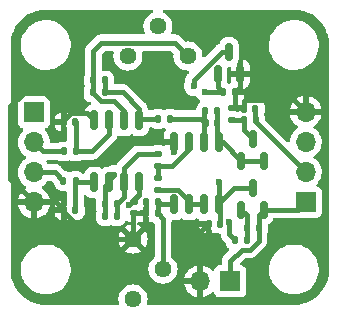
<source format=gbr>
%TF.GenerationSoftware,KiCad,Pcbnew,(6.0.0)*%
%TF.CreationDate,2022-02-09T06:53:37-08:00*%
%TF.ProjectId,depth-sensor,64657074-682d-4736-956e-736f722e6b69,1*%
%TF.SameCoordinates,Original*%
%TF.FileFunction,Copper,L1,Top*%
%TF.FilePolarity,Positive*%
%FSLAX46Y46*%
G04 Gerber Fmt 4.6, Leading zero omitted, Abs format (unit mm)*
G04 Created by KiCad (PCBNEW (6.0.0)) date 2022-02-09 06:53:37*
%MOMM*%
%LPD*%
G01*
G04 APERTURE LIST*
G04 Aperture macros list*
%AMRoundRect*
0 Rectangle with rounded corners*
0 $1 Rounding radius*
0 $2 $3 $4 $5 $6 $7 $8 $9 X,Y pos of 4 corners*
0 Add a 4 corners polygon primitive as box body*
4,1,4,$2,$3,$4,$5,$6,$7,$8,$9,$2,$3,0*
0 Add four circle primitives for the rounded corners*
1,1,$1+$1,$2,$3*
1,1,$1+$1,$4,$5*
1,1,$1+$1,$6,$7*
1,1,$1+$1,$8,$9*
0 Add four rect primitives between the rounded corners*
20,1,$1+$1,$2,$3,$4,$5,0*
20,1,$1+$1,$4,$5,$6,$7,0*
20,1,$1+$1,$6,$7,$8,$9,0*
20,1,$1+$1,$8,$9,$2,$3,0*%
G04 Aperture macros list end*
%TA.AperFunction,ComponentPad*%
%ADD10R,1.700000X1.700000*%
%TD*%
%TA.AperFunction,ComponentPad*%
%ADD11O,1.700000X1.700000*%
%TD*%
%TA.AperFunction,SMDPad,CuDef*%
%ADD12RoundRect,0.150000X0.150000X-0.587500X0.150000X0.587500X-0.150000X0.587500X-0.150000X-0.587500X0*%
%TD*%
%TA.AperFunction,SMDPad,CuDef*%
%ADD13RoundRect,0.150000X-0.150000X0.675000X-0.150000X-0.675000X0.150000X-0.675000X0.150000X0.675000X0*%
%TD*%
%TA.AperFunction,ComponentPad*%
%ADD14C,1.440000*%
%TD*%
%TA.AperFunction,SMDPad,CuDef*%
%ADD15RoundRect,0.135000X-0.135000X-0.185000X0.135000X-0.185000X0.135000X0.185000X-0.135000X0.185000X0*%
%TD*%
%TA.AperFunction,SMDPad,CuDef*%
%ADD16RoundRect,0.135000X0.185000X-0.135000X0.185000X0.135000X-0.185000X0.135000X-0.185000X-0.135000X0*%
%TD*%
%TA.AperFunction,SMDPad,CuDef*%
%ADD17RoundRect,0.135000X-0.185000X0.135000X-0.185000X-0.135000X0.185000X-0.135000X0.185000X0.135000X0*%
%TD*%
%TA.AperFunction,SMDPad,CuDef*%
%ADD18RoundRect,0.135000X0.135000X0.185000X-0.135000X0.185000X-0.135000X-0.185000X0.135000X-0.185000X0*%
%TD*%
%TA.AperFunction,SMDPad,CuDef*%
%ADD19RoundRect,0.140000X-0.140000X-0.170000X0.140000X-0.170000X0.140000X0.170000X-0.140000X0.170000X0*%
%TD*%
%TA.AperFunction,SMDPad,CuDef*%
%ADD20RoundRect,0.140000X0.170000X-0.140000X0.170000X0.140000X-0.170000X0.140000X-0.170000X-0.140000X0*%
%TD*%
%TA.AperFunction,ViaPad*%
%ADD21C,0.600000*%
%TD*%
%TA.AperFunction,Conductor*%
%ADD22C,0.400000*%
%TD*%
G04 APERTURE END LIST*
D10*
%TO.P,J3,1,Pin_1*%
%TO.N,+9V*%
X121000000Y-56300000D03*
D11*
%TO.P,J3,2,Pin_2*%
%TO.N,VOUT*%
X121000000Y-53760000D03*
%TO.P,J3,3,Pin_3*%
%TO.N,ON*%
X121000000Y-51220000D03*
%TO.P,J3,4,Pin_4*%
%TO.N,GND*%
X121000000Y-48680000D03*
%TD*%
D10*
%TO.P,J2,1,Pin_1*%
%TO.N,VDD*%
X98000000Y-48700000D03*
D11*
%TO.P,J2,2,Pin_2*%
%TO.N,Net-(J2-Pad2)*%
X98000000Y-51240000D03*
%TO.P,J2,3,Pin_3*%
%TO.N,Net-(J2-Pad3)*%
X98000000Y-53780000D03*
%TO.P,J2,4,Pin_4*%
%TO.N,GND*%
X98000000Y-56320000D03*
%TD*%
D10*
%TO.P,J1,1,Pin_1*%
%TO.N,+9V*%
X114600000Y-63000000D03*
D11*
%TO.P,J1,2,Pin_2*%
%TO.N,GND*%
X112060000Y-63000000D03*
%TD*%
D12*
%TO.P,U3,1,K*%
%TO.N,Net-(C8-Pad2)*%
X115550000Y-52812500D03*
%TO.P,U3,2,REF*%
X117450000Y-52812500D03*
%TO.P,U3,3,A*%
%TO.N,Net-(R17-Pad1)*%
X116500000Y-50937500D03*
%TD*%
D13*
%TO.P,U2,8,V+*%
%TO.N,VDD*%
X113655000Y-56500000D03*
%TO.P,U2,7*%
%TO.N,Net-(R13-Pad2)*%
X112385000Y-56500000D03*
%TO.P,U2,6,-*%
X111115000Y-56500000D03*
%TO.P,U2,5,+*%
%TO.N,Net-(C5-Pad2)*%
X109845000Y-56500000D03*
%TO.P,U2,4,V-*%
%TO.N,GND*%
X109845000Y-51250000D03*
%TO.P,U2,3,+*%
%TO.N,Net-(R12-Pad2)*%
X111115000Y-51250000D03*
%TO.P,U2,2,-*%
%TO.N,Net-(C8-Pad1)*%
X112385000Y-51250000D03*
%TO.P,U2,1*%
%TO.N,Net-(C8-Pad2)*%
X113655000Y-51250000D03*
%TD*%
%TO.P,U1,1*%
%TO.N,Net-(C3-Pad2)*%
X106905000Y-49375000D03*
%TO.P,U1,2,-*%
%TO.N,Net-(C3-Pad1)*%
X105635000Y-49375000D03*
%TO.P,U1,3,+*%
%TO.N,Net-(U1-Pad3)*%
X104365000Y-49375000D03*
%TO.P,U1,4,V-*%
%TO.N,GND*%
X103095000Y-49375000D03*
%TO.P,U1,5,+*%
%TO.N,Net-(C2-Pad2)*%
X103095000Y-54625000D03*
%TO.P,U1,6,-*%
%TO.N,Net-(C4-Pad1)*%
X104365000Y-54625000D03*
%TO.P,U1,7*%
%TO.N,Net-(C4-Pad2)*%
X105635000Y-54625000D03*
%TO.P,U1,8,V+*%
%TO.N,VDD*%
X106905000Y-54625000D03*
%TD*%
D14*
%TO.P,RV2,1,1*%
%TO.N,Net-(C3-Pad1)*%
X111025000Y-43925000D03*
%TO.P,RV2,2,2*%
%TO.N,Net-(C4-Pad1)*%
X108485000Y-41385000D03*
%TO.P,RV2,3,3*%
X105945000Y-43925000D03*
%TD*%
%TO.P,RV1,3,3*%
%TO.N,GND*%
X106375000Y-59420000D03*
%TO.P,RV1,2,2*%
%TO.N,Net-(C5-Pad2)*%
X108915000Y-61960000D03*
%TO.P,RV1,1,1*%
%TO.N,VDD*%
X106375000Y-64500000D03*
%TD*%
D15*
%TO.P,R18,1*%
%TO.N,Net-(R17-Pad1)*%
X115740000Y-49375000D03*
%TO.P,R18,2*%
%TO.N,VOUT*%
X116760000Y-49375000D03*
%TD*%
D16*
%TO.P,R17,2*%
%TO.N,GND*%
X114750000Y-48365000D03*
%TO.P,R17,1*%
%TO.N,Net-(R17-Pad1)*%
X114750000Y-49385000D03*
%TD*%
D15*
%TO.P,R14,1*%
%TO.N,Net-(C8-Pad1)*%
X112490000Y-48625000D03*
%TO.P,R14,2*%
%TO.N,Net-(C8-Pad2)*%
X113510000Y-48625000D03*
%TD*%
D17*
%TO.P,R13,1*%
%TO.N,Net-(R12-Pad2)*%
X108500000Y-54240000D03*
%TO.P,R13,2*%
%TO.N,Net-(R13-Pad2)*%
X108500000Y-55260000D03*
%TD*%
%TO.P,R12,1*%
%TO.N,Net-(C4-Pad2)*%
X108500000Y-52240000D03*
%TO.P,R12,2*%
%TO.N,Net-(R12-Pad2)*%
X108500000Y-53260000D03*
%TD*%
D15*
%TO.P,R11,1*%
%TO.N,Net-(C3-Pad2)*%
X108490000Y-49250000D03*
%TO.P,R11,2*%
%TO.N,Net-(C8-Pad1)*%
X109510000Y-49250000D03*
%TD*%
%TO.P,R8,1*%
%TO.N,Net-(C4-Pad1)*%
X104000000Y-56500000D03*
%TO.P,R8,2*%
%TO.N,Net-(C4-Pad2)*%
X105020000Y-56500000D03*
%TD*%
D18*
%TO.P,R7,1*%
%TO.N,Net-(C3-Pad2)*%
X104010000Y-47000000D03*
%TO.P,R7,2*%
%TO.N,Net-(C3-Pad1)*%
X102990000Y-47000000D03*
%TD*%
D15*
%TO.P,R5,2*%
%TO.N,Net-(C2-Pad2)*%
X101510000Y-54500000D03*
%TO.P,R5,1*%
%TO.N,Net-(J2-Pad3)*%
X100490000Y-54500000D03*
%TD*%
%TO.P,R4,2*%
%TO.N,Net-(U1-Pad3)*%
X101520000Y-52000000D03*
%TO.P,R4,1*%
%TO.N,Net-(J2-Pad2)*%
X100500000Y-52000000D03*
%TD*%
%TO.P,R3,1*%
%TO.N,Net-(Q1-Pad3)*%
X114990000Y-59500000D03*
%TO.P,R3,2*%
%TO.N,Net-(Q2-Pad1)*%
X116010000Y-59500000D03*
%TD*%
D18*
%TO.P,R2,2*%
%TO.N,ON*%
X113990000Y-47000000D03*
%TO.P,R2,1*%
%TO.N,GND*%
X115010000Y-47000000D03*
%TD*%
D15*
%TO.P,R1,1*%
%TO.N,Net-(Q2-Pad1)*%
X115990000Y-58500000D03*
%TO.P,R1,2*%
%TO.N,+9V*%
X117010000Y-58500000D03*
%TD*%
D12*
%TO.P,Q2,3,D*%
%TO.N,VDD*%
X116500000Y-55062500D03*
%TO.P,Q2,2,S*%
%TO.N,+9V*%
X117450000Y-56937500D03*
%TO.P,Q2,1,G*%
%TO.N,Net-(Q2-Pad1)*%
X115550000Y-56937500D03*
%TD*%
%TO.P,Q1,1,G*%
%TO.N,ON*%
X113550000Y-45437500D03*
%TO.P,Q1,2,S*%
%TO.N,GND*%
X115450000Y-45437500D03*
%TO.P,Q1,3,D*%
%TO.N,Net-(Q1-Pad3)*%
X114500000Y-43562500D03*
%TD*%
D19*
%TO.P,C10,1*%
%TO.N,GND*%
X115770000Y-48375000D03*
%TO.P,C10,2*%
%TO.N,VOUT*%
X116730000Y-48375000D03*
%TD*%
%TO.P,C9,1*%
%TO.N,GND*%
X112770000Y-58125000D03*
%TO.P,C9,2*%
%TO.N,VDD*%
X113730000Y-58125000D03*
%TD*%
%TO.P,C8,1*%
%TO.N,Net-(C8-Pad1)*%
X112520000Y-49625000D03*
%TO.P,C8,2*%
%TO.N,Net-(C8-Pad2)*%
X113480000Y-49625000D03*
%TD*%
%TO.P,C7,1*%
%TO.N,GND*%
X107500000Y-56250000D03*
%TO.P,C7,2*%
%TO.N,Net-(C5-Pad2)*%
X108460000Y-56250000D03*
%TD*%
D20*
%TO.P,C6,1*%
%TO.N,GND*%
X106500000Y-57230000D03*
%TO.P,C6,2*%
%TO.N,VDD*%
X106500000Y-56270000D03*
%TD*%
D19*
%TO.P,C5,1*%
%TO.N,GND*%
X107500000Y-57250000D03*
%TO.P,C5,2*%
%TO.N,Net-(C5-Pad2)*%
X108460000Y-57250000D03*
%TD*%
%TO.P,C4,1*%
%TO.N,Net-(C4-Pad1)*%
X104030000Y-57500000D03*
%TO.P,C4,2*%
%TO.N,Net-(C4-Pad2)*%
X104990000Y-57500000D03*
%TD*%
%TO.P,C3,1*%
%TO.N,Net-(C3-Pad1)*%
X103020000Y-46000000D03*
%TO.P,C3,2*%
%TO.N,Net-(C3-Pad2)*%
X103980000Y-46000000D03*
%TD*%
%TO.P,C2,2*%
%TO.N,Net-(C2-Pad2)*%
X101490000Y-57000000D03*
%TO.P,C2,1*%
%TO.N,GND*%
X100530000Y-57000000D03*
%TD*%
%TO.P,C1,2*%
%TO.N,Net-(U1-Pad3)*%
X101480000Y-49500000D03*
%TO.P,C1,1*%
%TO.N,GND*%
X100520000Y-49500000D03*
%TD*%
D21*
%TO.N,GND*%
X108585000Y-45720000D03*
X111125000Y-41275000D03*
%TO.N,VDD*%
X113665000Y-54610000D03*
%TO.N,GND*%
X109855000Y-52070000D03*
%TO.N,ON*%
X112500000Y-47000000D03*
%TO.N,Net-(Q1-Pad3)*%
X114509500Y-58000000D03*
X111500000Y-46500000D03*
%TO.N,Net-(C4-Pad1)*%
X104775000Y-53975000D03*
%TO.N,VDD*%
X106045000Y-56515000D03*
%TD*%
D22*
%TO.N,+9V*%
X115570000Y-60325000D02*
X114600000Y-61295000D01*
X116260925Y-60325000D02*
X115570000Y-60325000D01*
X114600000Y-61295000D02*
X114600000Y-63000000D01*
X117010000Y-58500000D02*
X117010000Y-59575925D01*
X117010000Y-59575925D02*
X116260925Y-60325000D01*
%TO.N,GND*%
X109855000Y-51260000D02*
X109855000Y-52070000D01*
X109845000Y-51250000D02*
X109855000Y-51260000D01*
%TO.N,Net-(C4-Pad1)*%
X104365000Y-54385000D02*
X104775000Y-53975000D01*
X104365000Y-54625000D02*
X104365000Y-54385000D01*
%TO.N,Net-(R12-Pad2)*%
X108504123Y-53264123D02*
X108500000Y-53260000D01*
X111115000Y-51799245D02*
X109650122Y-53264123D01*
X111115000Y-51250000D02*
X111115000Y-51799245D01*
X109650122Y-53264123D02*
X108504123Y-53264123D01*
%TO.N,VDD*%
X113655000Y-56500000D02*
X113655000Y-54620000D01*
X113655000Y-54620000D02*
X113665000Y-54610000D01*
X106905000Y-55655000D02*
X106045000Y-56515000D01*
X106905000Y-54625000D02*
X106905000Y-55655000D01*
X106905000Y-55595000D02*
X106905000Y-54625000D01*
X106500000Y-56000000D02*
X106905000Y-55595000D01*
X106500000Y-56270000D02*
X106500000Y-56000000D01*
%TO.N,ON*%
X113990000Y-47000000D02*
X112500000Y-47000000D01*
%TO.N,Net-(Q1-Pad3)*%
X114500000Y-43562500D02*
X113910362Y-43562500D01*
X111500000Y-45972862D02*
X111500000Y-46500000D01*
X113910362Y-43562500D02*
X111500000Y-45972862D01*
X114509500Y-59019500D02*
X114990000Y-59500000D01*
X114509500Y-58000000D02*
X114509500Y-59019500D01*
%TO.N,VDD*%
X113655000Y-56355755D02*
X113655000Y-56500000D01*
X114948255Y-55062500D02*
X113655000Y-56355755D01*
X116500000Y-55062500D02*
X114948255Y-55062500D01*
%TO.N,Net-(R17-Pad1)*%
X115740000Y-49375000D02*
X115740000Y-50177500D01*
X115740000Y-50177500D02*
X116500000Y-50937500D01*
X115730000Y-49385000D02*
X115740000Y-49375000D01*
X114750000Y-49385000D02*
X115730000Y-49385000D01*
%TO.N,GND*%
X115770000Y-47730000D02*
X115834520Y-47665480D01*
X119985480Y-47665480D02*
X121000000Y-48680000D01*
X115770000Y-48375000D02*
X115770000Y-47730000D01*
X115834520Y-47665480D02*
X119985480Y-47665480D01*
%TO.N,VOUT*%
X116760000Y-49520000D02*
X121000000Y-53760000D01*
X116760000Y-49375000D02*
X116760000Y-49520000D01*
X116730000Y-49345000D02*
X116760000Y-49375000D01*
X116730000Y-48375000D02*
X116730000Y-49345000D01*
%TO.N,GND*%
X115010000Y-47000000D02*
X115010000Y-48105000D01*
X115010000Y-48105000D02*
X114750000Y-48365000D01*
X115760000Y-48365000D02*
X115770000Y-48375000D01*
X114750000Y-48365000D02*
X115760000Y-48365000D01*
X115450000Y-46560000D02*
X115010000Y-47000000D01*
X115450000Y-45437500D02*
X115450000Y-46560000D01*
%TO.N,ON*%
X113550000Y-46560000D02*
X113990000Y-47000000D01*
X113550000Y-45437500D02*
X113550000Y-46560000D01*
%TO.N,Net-(C8-Pad1)*%
X112145000Y-49250000D02*
X112520000Y-49625000D01*
X109510000Y-49250000D02*
X112145000Y-49250000D01*
X112385000Y-48730000D02*
X112490000Y-48625000D01*
X112385000Y-51250000D02*
X112385000Y-48730000D01*
%TO.N,Net-(C8-Pad2)*%
X113987500Y-51250000D02*
X115550000Y-52812500D01*
X113655000Y-51250000D02*
X113987500Y-51250000D01*
X113510000Y-51105000D02*
X113655000Y-51250000D01*
X113510000Y-48625000D02*
X113510000Y-51105000D01*
X115550000Y-52812500D02*
X117450000Y-52812500D01*
%TO.N,Net-(Q2-Pad1)*%
X116010000Y-59500000D02*
X116010000Y-58520000D01*
X116010000Y-58520000D02*
X115990000Y-58500000D01*
%TO.N,+9V*%
X117450000Y-56937500D02*
X120362500Y-56937500D01*
X120362500Y-56937500D02*
X121000000Y-56300000D01*
X117010000Y-57377500D02*
X117450000Y-56937500D01*
X117010000Y-58500000D02*
X117010000Y-57377500D01*
%TO.N,Net-(Q2-Pad1)*%
X115990000Y-57377500D02*
X115550000Y-56937500D01*
X115990000Y-58500000D02*
X115990000Y-57377500D01*
%TO.N,VDD*%
X113730000Y-56575000D02*
X113655000Y-56500000D01*
X113730000Y-58125000D02*
X113730000Y-56575000D01*
%TO.N,Net-(R13-Pad2)*%
X112385000Y-56500000D02*
X111115000Y-56500000D01*
X111115000Y-56167862D02*
X111115000Y-56500000D01*
X108500000Y-55260000D02*
X110207138Y-55260000D01*
X110207138Y-55260000D02*
X111115000Y-56167862D01*
%TO.N,GND*%
X96000000Y-48200978D02*
X96000000Y-54320000D01*
X97200978Y-47000000D02*
X96000000Y-48200978D01*
X98799022Y-47000000D02*
X97200978Y-47000000D01*
X96000000Y-54320000D02*
X98000000Y-56320000D01*
X100520000Y-48720978D02*
X98799022Y-47000000D01*
X100520000Y-49500000D02*
X100520000Y-48720978D01*
%TO.N,Net-(C4-Pad2)*%
X105635000Y-53375755D02*
X106770755Y-52240000D01*
X105635000Y-54625000D02*
X105635000Y-53375755D01*
X106770755Y-52240000D02*
X108500000Y-52240000D01*
%TO.N,GND*%
X102510480Y-48790480D02*
X103095000Y-49375000D01*
X101116524Y-48790480D02*
X102510480Y-48790480D01*
X100520000Y-49387004D02*
X101116524Y-48790480D01*
X100520000Y-49500000D02*
X100520000Y-49387004D01*
X102837004Y-59420000D02*
X100530000Y-57112996D01*
X106375000Y-59420000D02*
X102837004Y-59420000D01*
X100530000Y-57112996D02*
X100530000Y-57000000D01*
%TO.N,Net-(R12-Pad2)*%
X108500000Y-54240000D02*
X108500000Y-53260000D01*
%TO.N,Net-(C3-Pad1)*%
X109905489Y-42805489D02*
X111025000Y-43925000D01*
X103694511Y-42805489D02*
X109905489Y-42805489D01*
X103020000Y-43480000D02*
X103694511Y-42805489D01*
X103020000Y-46000000D02*
X103020000Y-43480000D01*
%TO.N,Net-(C3-Pad2)*%
X106905000Y-48405000D02*
X106905000Y-49375000D01*
X105500000Y-47000000D02*
X106905000Y-48405000D01*
X104010000Y-47000000D02*
X105500000Y-47000000D01*
%TO.N,Net-(C3-Pad1)*%
X104765589Y-47719520D02*
X103653595Y-47719520D01*
X105635000Y-48588931D02*
X104765589Y-47719520D01*
X103653595Y-47719520D02*
X102990000Y-47055925D01*
X105635000Y-49375000D02*
X105635000Y-48588931D01*
X102990000Y-47055925D02*
X102990000Y-47000000D01*
X102990000Y-46030000D02*
X103020000Y-46000000D01*
X102990000Y-47000000D02*
X102990000Y-46030000D01*
%TO.N,Net-(C3-Pad2)*%
X107030000Y-49250000D02*
X106905000Y-49375000D01*
X108490000Y-49250000D02*
X107030000Y-49250000D01*
X103980000Y-46970000D02*
X104010000Y-47000000D01*
X103980000Y-46000000D02*
X103980000Y-46970000D01*
%TO.N,Net-(U1-Pad3)*%
X102921069Y-52000000D02*
X101520000Y-52000000D01*
X104365000Y-50556069D02*
X102921069Y-52000000D01*
X104365000Y-49375000D02*
X104365000Y-50556069D01*
X101520000Y-49540000D02*
X101480000Y-49500000D01*
X101520000Y-52000000D02*
X101520000Y-49540000D01*
%TO.N,GND*%
X99850000Y-56320000D02*
X100530000Y-57000000D01*
X98000000Y-56320000D02*
X99850000Y-56320000D01*
%TO.N,Net-(J2-Pad3)*%
X99770000Y-53780000D02*
X100490000Y-54500000D01*
X98000000Y-53780000D02*
X99770000Y-53780000D01*
%TO.N,Net-(J2-Pad2)*%
X98760000Y-52000000D02*
X98000000Y-51240000D01*
X100500000Y-52000000D02*
X98760000Y-52000000D01*
%TO.N,Net-(C2-Pad2)*%
X101635000Y-54625000D02*
X101510000Y-54500000D01*
X103095000Y-54625000D02*
X101635000Y-54625000D01*
X101490000Y-54520000D02*
X101510000Y-54500000D01*
X101490000Y-57000000D02*
X101490000Y-54520000D01*
%TO.N,Net-(C4-Pad1)*%
X104030000Y-54960000D02*
X104030000Y-57500000D01*
X104365000Y-54625000D02*
X104030000Y-54960000D01*
%TO.N,Net-(C4-Pad2)*%
X105635000Y-55885000D02*
X105020000Y-56500000D01*
X105635000Y-54625000D02*
X105635000Y-55885000D01*
X104990000Y-57500000D02*
X104990000Y-56530000D01*
X104990000Y-56530000D02*
X105020000Y-56500000D01*
%TO.N,GND*%
X107500000Y-56250000D02*
X107500000Y-57250000D01*
X106520000Y-57250000D02*
X106500000Y-57230000D01*
X107500000Y-57250000D02*
X106520000Y-57250000D01*
X106375000Y-57355000D02*
X106500000Y-57230000D01*
X106375000Y-59420000D02*
X106375000Y-57355000D01*
%TO.N,Net-(C5-Pad2)*%
X108915000Y-57705000D02*
X108915000Y-61960000D01*
X108460000Y-57250000D02*
X108915000Y-57705000D01*
X109845000Y-56500000D02*
X108710000Y-56500000D01*
X108710000Y-56500000D02*
X108460000Y-56250000D01*
X108460000Y-56250000D02*
X108460000Y-57250000D01*
%TO.N,GND*%
X112060000Y-58835000D02*
X112770000Y-58125000D01*
X112060000Y-63000000D02*
X112060000Y-58835000D01*
%TD*%
%TA.AperFunction,Conductor*%
%TO.N,GND*%
G36*
X108030879Y-40028002D02*
G01*
X108077372Y-40081658D01*
X108087476Y-40151932D01*
X108057982Y-40216512D01*
X108016008Y-40248195D01*
X107873385Y-40314701D01*
X107873382Y-40314703D01*
X107868404Y-40317024D01*
X107692319Y-40440319D01*
X107540319Y-40592319D01*
X107417024Y-40768404D01*
X107414703Y-40773382D01*
X107414701Y-40773385D01*
X107352802Y-40906127D01*
X107326178Y-40963223D01*
X107324756Y-40968531D01*
X107324755Y-40968533D01*
X107300141Y-41060393D01*
X107270542Y-41170858D01*
X107251807Y-41385000D01*
X107270542Y-41599142D01*
X107271966Y-41604455D01*
X107271966Y-41604457D01*
X107318839Y-41779386D01*
X107326178Y-41806777D01*
X107370576Y-41901987D01*
X107377921Y-41917739D01*
X107388582Y-41987930D01*
X107359602Y-42052743D01*
X107300183Y-42091600D01*
X107263726Y-42096989D01*
X103723438Y-42096989D01*
X103714869Y-42096697D01*
X103664736Y-42093279D01*
X103664732Y-42093279D01*
X103657159Y-42092763D01*
X103594192Y-42103753D01*
X103587680Y-42104713D01*
X103524269Y-42112387D01*
X103517168Y-42115070D01*
X103514559Y-42115711D01*
X103498239Y-42120176D01*
X103495706Y-42120941D01*
X103488228Y-42122246D01*
X103429701Y-42147937D01*
X103423619Y-42150419D01*
X103403264Y-42158111D01*
X103370960Y-42170317D01*
X103370958Y-42170318D01*
X103363855Y-42173002D01*
X103357596Y-42177303D01*
X103355231Y-42178540D01*
X103340459Y-42186762D01*
X103338167Y-42188117D01*
X103331206Y-42191173D01*
X103325179Y-42195798D01*
X103325175Y-42195800D01*
X103280498Y-42230082D01*
X103275173Y-42233951D01*
X103222530Y-42270132D01*
X103217478Y-42275802D01*
X103217477Y-42275803D01*
X103181091Y-42316642D01*
X103176111Y-42321918D01*
X102539465Y-42958565D01*
X102533198Y-42964419D01*
X102495340Y-42997444D01*
X102495337Y-42997447D01*
X102489615Y-43002439D01*
X102456661Y-43049328D01*
X102452872Y-43054719D01*
X102448939Y-43060014D01*
X102409524Y-43110282D01*
X102406401Y-43117198D01*
X102405017Y-43119484D01*
X102396643Y-43134165D01*
X102395378Y-43136525D01*
X102391010Y-43142739D01*
X102388250Y-43149818D01*
X102388249Y-43149820D01*
X102367798Y-43202275D01*
X102365247Y-43208344D01*
X102338955Y-43266573D01*
X102337571Y-43274040D01*
X102336770Y-43276595D01*
X102332141Y-43292848D01*
X102331478Y-43295428D01*
X102328718Y-43302509D01*
X102327727Y-43310040D01*
X102327726Y-43310042D01*
X102320379Y-43365852D01*
X102319348Y-43372359D01*
X102307704Y-43435186D01*
X102308141Y-43442766D01*
X102308141Y-43442767D01*
X102311291Y-43497392D01*
X102311500Y-43504646D01*
X102311500Y-45482849D01*
X102293953Y-45546988D01*
X102284144Y-45563575D01*
X102280106Y-45570403D01*
X102277895Y-45578014D01*
X102277894Y-45578016D01*
X102265626Y-45620245D01*
X102234394Y-45727746D01*
X102231500Y-45764516D01*
X102231500Y-46235484D01*
X102231693Y-46237932D01*
X102231693Y-46237940D01*
X102231879Y-46240296D01*
X102234394Y-46272254D01*
X102262283Y-46368249D01*
X102276497Y-46417175D01*
X102281500Y-46452328D01*
X102281500Y-46486125D01*
X102265969Y-46542896D01*
X102266915Y-46543305D01*
X102264038Y-46549953D01*
X102263953Y-46550264D01*
X102263769Y-46550576D01*
X102259731Y-46557404D01*
X102214371Y-46713534D01*
X102213867Y-46719941D01*
X102213866Y-46719945D01*
X102211693Y-46747556D01*
X102211500Y-46750011D01*
X102211501Y-47249988D01*
X102214371Y-47286466D01*
X102259731Y-47442596D01*
X102263766Y-47449418D01*
X102263766Y-47449419D01*
X102327389Y-47557000D01*
X102342494Y-47582541D01*
X102457459Y-47697506D01*
X102597404Y-47780269D01*
X102605015Y-47782480D01*
X102605017Y-47782481D01*
X102728389Y-47818324D01*
X102782331Y-47850226D01*
X102795818Y-47863713D01*
X102829844Y-47926025D01*
X102824779Y-47996840D01*
X102782232Y-48053676D01*
X102741878Y-48073805D01*
X102689209Y-48089108D01*
X102674779Y-48095352D01*
X102545322Y-48171911D01*
X102532896Y-48181551D01*
X102426551Y-48287896D01*
X102416911Y-48300322D01*
X102340352Y-48429779D01*
X102334107Y-48444210D01*
X102291731Y-48590065D01*
X102289430Y-48602667D01*
X102287193Y-48631084D01*
X102287000Y-48636014D01*
X102287000Y-48775693D01*
X102266998Y-48843814D01*
X102213342Y-48890307D01*
X102143068Y-48900411D01*
X102078488Y-48870917D01*
X102071905Y-48864788D01*
X102020629Y-48813512D01*
X101992682Y-48796984D01*
X101886420Y-48734141D01*
X101886419Y-48734141D01*
X101879597Y-48730106D01*
X101871986Y-48727895D01*
X101871984Y-48727894D01*
X101798144Y-48706442D01*
X101722254Y-48684394D01*
X101715849Y-48683890D01*
X101715844Y-48683889D01*
X101687940Y-48681693D01*
X101687932Y-48681693D01*
X101685484Y-48681500D01*
X101274516Y-48681500D01*
X101272068Y-48681693D01*
X101272060Y-48681693D01*
X101244156Y-48683889D01*
X101244151Y-48683890D01*
X101237746Y-48684394D01*
X101161856Y-48706442D01*
X101088016Y-48727894D01*
X101088014Y-48727895D01*
X101080403Y-48730106D01*
X101073576Y-48734143D01*
X101073577Y-48734143D01*
X101063647Y-48740015D01*
X100994830Y-48757474D01*
X100935372Y-48740016D01*
X100926222Y-48734605D01*
X100911784Y-48728357D01*
X100791395Y-48693381D01*
X100777295Y-48693421D01*
X100774000Y-48700691D01*
X100774000Y-48978621D01*
X100756454Y-49042760D01*
X100740106Y-49070403D01*
X100737895Y-49078014D01*
X100737894Y-49078016D01*
X100724956Y-49122550D01*
X100694394Y-49227746D01*
X100693890Y-49234151D01*
X100693889Y-49234156D01*
X100693191Y-49243031D01*
X100691500Y-49264516D01*
X100691500Y-49735484D01*
X100691693Y-49737932D01*
X100691693Y-49737940D01*
X100693184Y-49756876D01*
X100694394Y-49772254D01*
X100740106Y-49929597D01*
X100744141Y-49936419D01*
X100744141Y-49936420D01*
X100756454Y-49957240D01*
X100774000Y-50021379D01*
X100774000Y-50293558D01*
X100782375Y-50322080D01*
X100806396Y-50359457D01*
X100811500Y-50394956D01*
X100811500Y-51045500D01*
X100791498Y-51113621D01*
X100737842Y-51160114D01*
X100685500Y-51171500D01*
X100358307Y-51171501D01*
X100300012Y-51171501D01*
X100263534Y-51174371D01*
X100169942Y-51201562D01*
X100115017Y-51217519D01*
X100115015Y-51217520D01*
X100107404Y-51219731D01*
X100100579Y-51223767D01*
X100100575Y-51223769D01*
X100015718Y-51273953D01*
X99951579Y-51291500D01*
X99483456Y-51291500D01*
X99415335Y-51271498D01*
X99368842Y-51217842D01*
X99357880Y-51175824D01*
X99349547Y-51074474D01*
X99344852Y-51017361D01*
X99290431Y-50800702D01*
X99201354Y-50595840D01*
X99191489Y-50580590D01*
X99082822Y-50412617D01*
X99082820Y-50412614D01*
X99080014Y-50408277D01*
X99065765Y-50392617D01*
X98932798Y-50246488D01*
X98901746Y-50182642D01*
X98910141Y-50112143D01*
X98955317Y-50057375D01*
X98981761Y-50043706D01*
X99088297Y-50003767D01*
X99096705Y-50000615D01*
X99213261Y-49913261D01*
X99300615Y-49796705D01*
X99311085Y-49768775D01*
X99734937Y-49768775D01*
X99736688Y-49778359D01*
X99778357Y-49921784D01*
X99784604Y-49936220D01*
X99859876Y-50063499D01*
X99869516Y-50075926D01*
X99974074Y-50180484D01*
X99986501Y-50190124D01*
X100113780Y-50265396D01*
X100128216Y-50271643D01*
X100248605Y-50306619D01*
X100262705Y-50306579D01*
X100266000Y-50299309D01*
X100266000Y-49772115D01*
X100261525Y-49756876D01*
X100260135Y-49755671D01*
X100252452Y-49754000D01*
X99751576Y-49754000D01*
X99736781Y-49758344D01*
X99734937Y-49768775D01*
X99311085Y-49768775D01*
X99351745Y-49660316D01*
X99358500Y-49598134D01*
X99358500Y-49229609D01*
X99735232Y-49229609D01*
X99738052Y-49243031D01*
X99749513Y-49246000D01*
X100247885Y-49246000D01*
X100263124Y-49241525D01*
X100264329Y-49240135D01*
X100266000Y-49232452D01*
X100266000Y-48706442D01*
X100262027Y-48692911D01*
X100254129Y-48691776D01*
X100128216Y-48728357D01*
X100113780Y-48734604D01*
X99986501Y-48809876D01*
X99974074Y-48819516D01*
X99869516Y-48924074D01*
X99859876Y-48936501D01*
X99784604Y-49063780D01*
X99778357Y-49078216D01*
X99736688Y-49221641D01*
X99735232Y-49229609D01*
X99358500Y-49229609D01*
X99358500Y-47801866D01*
X99351745Y-47739684D01*
X99300615Y-47603295D01*
X99213261Y-47486739D01*
X99096705Y-47399385D01*
X98960316Y-47348255D01*
X98898134Y-47341500D01*
X97101866Y-47341500D01*
X97039684Y-47348255D01*
X96903295Y-47399385D01*
X96786739Y-47486739D01*
X96699385Y-47603295D01*
X96648255Y-47739684D01*
X96641500Y-47801866D01*
X96641500Y-49598134D01*
X96648255Y-49660316D01*
X96699385Y-49796705D01*
X96786739Y-49913261D01*
X96903295Y-50000615D01*
X96911704Y-50003767D01*
X96911705Y-50003768D01*
X97020451Y-50044535D01*
X97077216Y-50087176D01*
X97101916Y-50153738D01*
X97086709Y-50223087D01*
X97067316Y-50249568D01*
X96963313Y-50358401D01*
X96940629Y-50382138D01*
X96814743Y-50566680D01*
X96776308Y-50649481D01*
X96729164Y-50751046D01*
X96720688Y-50769305D01*
X96660989Y-50984570D01*
X96660440Y-50989707D01*
X96659622Y-50997361D01*
X96637251Y-51206695D01*
X96637548Y-51211848D01*
X96637548Y-51211851D01*
X96641975Y-51288621D01*
X96650110Y-51429715D01*
X96651247Y-51434761D01*
X96651248Y-51434767D01*
X96672619Y-51529596D01*
X96699222Y-51647639D01*
X96729340Y-51721811D01*
X96780338Y-51847404D01*
X96783266Y-51854616D01*
X96899987Y-52045088D01*
X97046250Y-52213938D01*
X97218126Y-52356632D01*
X97243159Y-52371260D01*
X97291445Y-52399476D01*
X97340169Y-52451114D01*
X97353240Y-52520897D01*
X97326509Y-52586669D01*
X97286055Y-52620027D01*
X97273607Y-52626507D01*
X97269474Y-52629610D01*
X97269471Y-52629612D01*
X97110769Y-52748769D01*
X97094965Y-52760635D01*
X96940629Y-52922138D01*
X96937715Y-52926410D01*
X96937714Y-52926411D01*
X96897471Y-52985405D01*
X96814743Y-53106680D01*
X96785002Y-53170752D01*
X96725249Y-53299480D01*
X96720688Y-53309305D01*
X96660989Y-53524570D01*
X96637251Y-53746695D01*
X96637548Y-53751848D01*
X96637548Y-53751851D01*
X96644581Y-53873818D01*
X96650110Y-53969715D01*
X96651247Y-53974761D01*
X96651248Y-53974767D01*
X96670075Y-54058307D01*
X96699222Y-54187639D01*
X96729340Y-54261811D01*
X96778269Y-54382309D01*
X96783266Y-54394616D01*
X96799711Y-54421452D01*
X96896229Y-54578955D01*
X96899987Y-54585088D01*
X97046250Y-54753938D01*
X97218126Y-54896632D01*
X97276762Y-54930896D01*
X97291955Y-54939774D01*
X97340679Y-54991412D01*
X97353750Y-55061195D01*
X97327019Y-55126967D01*
X97286562Y-55160327D01*
X97278457Y-55164546D01*
X97269738Y-55170036D01*
X97099433Y-55297905D01*
X97091726Y-55304748D01*
X96944590Y-55458717D01*
X96938104Y-55466727D01*
X96818098Y-55642649D01*
X96813000Y-55651623D01*
X96723338Y-55844783D01*
X96719775Y-55854470D01*
X96664389Y-56054183D01*
X96665912Y-56062607D01*
X96678292Y-56066000D01*
X99318344Y-56066000D01*
X99331875Y-56062027D01*
X99333180Y-56052947D01*
X99291214Y-55885875D01*
X99287894Y-55876124D01*
X99202972Y-55680814D01*
X99198105Y-55671739D01*
X99082426Y-55492926D01*
X99076136Y-55484757D01*
X98932806Y-55327240D01*
X98925273Y-55320215D01*
X98758139Y-55188222D01*
X98749556Y-55182520D01*
X98712602Y-55162120D01*
X98662631Y-55111687D01*
X98647859Y-55042245D01*
X98672975Y-54975839D01*
X98700327Y-54949232D01*
X98752079Y-54912318D01*
X98879860Y-54821173D01*
X98914689Y-54786466D01*
X98971321Y-54730031D01*
X99038096Y-54663489D01*
X99041112Y-54659292D01*
X99126132Y-54540974D01*
X99182127Y-54497326D01*
X99228455Y-54488500D01*
X99424340Y-54488500D01*
X99492461Y-54508502D01*
X99513435Y-54525405D01*
X99676366Y-54688336D01*
X99710392Y-54750648D01*
X99712883Y-54767548D01*
X99714371Y-54786466D01*
X99759731Y-54942596D01*
X99763766Y-54949418D01*
X99763766Y-54949419D01*
X99772723Y-54964565D01*
X99842494Y-55082541D01*
X99957459Y-55197506D01*
X99964280Y-55201540D01*
X99988486Y-55215855D01*
X100097404Y-55280269D01*
X100105015Y-55282480D01*
X100105017Y-55282481D01*
X100153302Y-55296509D01*
X100253534Y-55325629D01*
X100259941Y-55326133D01*
X100259945Y-55326134D01*
X100287556Y-55328307D01*
X100287562Y-55328307D01*
X100290011Y-55328500D01*
X100316732Y-55328500D01*
X100655500Y-55328499D01*
X100723620Y-55348501D01*
X100770113Y-55402156D01*
X100781500Y-55454499D01*
X100781500Y-56482849D01*
X100763953Y-56546988D01*
X100754144Y-56563575D01*
X100750106Y-56570403D01*
X100747895Y-56578014D01*
X100747894Y-56578016D01*
X100743798Y-56592115D01*
X100704394Y-56727746D01*
X100703890Y-56734151D01*
X100703889Y-56734156D01*
X100701693Y-56762060D01*
X100701500Y-56764516D01*
X100701500Y-57235484D01*
X100701693Y-57237932D01*
X100701693Y-57237940D01*
X100703785Y-57264516D01*
X100704394Y-57272254D01*
X100750106Y-57429597D01*
X100754141Y-57436419D01*
X100754141Y-57436420D01*
X100766454Y-57457240D01*
X100784000Y-57521379D01*
X100784000Y-57793558D01*
X100787973Y-57807089D01*
X100795871Y-57808224D01*
X100921784Y-57771643D01*
X100936222Y-57765395D01*
X100945372Y-57759984D01*
X101014188Y-57742526D01*
X101073647Y-57759985D01*
X101081531Y-57764647D01*
X101090403Y-57769894D01*
X101098014Y-57772105D01*
X101098016Y-57772106D01*
X101125560Y-57780108D01*
X101247746Y-57815606D01*
X101254151Y-57816110D01*
X101254156Y-57816111D01*
X101282060Y-57818307D01*
X101282068Y-57818307D01*
X101284516Y-57818500D01*
X101695484Y-57818500D01*
X101697932Y-57818307D01*
X101697940Y-57818307D01*
X101725844Y-57816111D01*
X101725849Y-57816110D01*
X101732254Y-57815606D01*
X101854440Y-57780108D01*
X101881984Y-57772106D01*
X101881986Y-57772105D01*
X101889597Y-57769894D01*
X101897205Y-57765395D01*
X102023808Y-57690522D01*
X102030629Y-57686488D01*
X102146488Y-57570629D01*
X102229894Y-57429597D01*
X102275606Y-57272254D01*
X102276216Y-57264516D01*
X102278307Y-57237940D01*
X102278307Y-57237932D01*
X102278500Y-57235484D01*
X102278500Y-56764516D01*
X102278307Y-56762060D01*
X102276111Y-56734156D01*
X102276110Y-56734151D01*
X102275606Y-56727746D01*
X102236202Y-56592115D01*
X102232106Y-56578016D01*
X102232105Y-56578014D01*
X102229894Y-56570403D01*
X102225856Y-56563575D01*
X102216047Y-56546988D01*
X102198500Y-56482849D01*
X102198500Y-55786940D01*
X102218502Y-55718819D01*
X102272158Y-55672326D01*
X102342432Y-55662222D01*
X102407012Y-55691716D01*
X102419284Y-55704671D01*
X102420547Y-55706807D01*
X102538193Y-55824453D01*
X102545017Y-55828489D01*
X102545020Y-55828491D01*
X102642052Y-55885875D01*
X102681399Y-55909145D01*
X102689010Y-55911356D01*
X102689012Y-55911357D01*
X102741231Y-55926528D01*
X102841169Y-55955562D01*
X102847574Y-55956066D01*
X102847579Y-55956067D01*
X102876042Y-55958307D01*
X102876050Y-55958307D01*
X102878498Y-55958500D01*
X103130649Y-55958500D01*
X103198770Y-55978502D01*
X103245263Y-56032158D01*
X103255367Y-56102432D01*
X103251646Y-56119653D01*
X103224371Y-56213534D01*
X103223867Y-56219941D01*
X103223866Y-56219945D01*
X103222015Y-56243470D01*
X103221500Y-56250011D01*
X103221501Y-56749988D01*
X103224371Y-56786466D01*
X103269731Y-56942596D01*
X103273767Y-56949420D01*
X103273768Y-56949423D01*
X103281379Y-56962293D01*
X103298838Y-57031109D01*
X103289948Y-57070357D01*
X103290106Y-57070403D01*
X103289342Y-57073031D01*
X103289340Y-57073039D01*
X103244394Y-57227746D01*
X103243890Y-57234151D01*
X103243889Y-57234156D01*
X103241693Y-57262060D01*
X103241500Y-57264516D01*
X103241500Y-57735484D01*
X103244394Y-57772254D01*
X103290106Y-57929597D01*
X103294140Y-57936418D01*
X103294141Y-57936420D01*
X103365504Y-58057089D01*
X103373512Y-58070629D01*
X103489371Y-58186488D01*
X103496192Y-58190522D01*
X103614054Y-58260225D01*
X103630403Y-58269894D01*
X103638014Y-58272105D01*
X103638016Y-58272106D01*
X103688995Y-58286916D01*
X103787746Y-58315606D01*
X103794151Y-58316110D01*
X103794156Y-58316111D01*
X103822060Y-58318307D01*
X103822068Y-58318307D01*
X103824516Y-58318500D01*
X104235484Y-58318500D01*
X104237932Y-58318307D01*
X104237940Y-58318307D01*
X104265844Y-58316111D01*
X104265849Y-58316110D01*
X104272254Y-58315606D01*
X104371005Y-58286916D01*
X104421984Y-58272106D01*
X104421986Y-58272105D01*
X104429597Y-58269894D01*
X104439611Y-58263972D01*
X104445863Y-58260275D01*
X104514680Y-58242817D01*
X104574137Y-58260275D01*
X104580389Y-58263972D01*
X104590403Y-58269894D01*
X104598014Y-58272105D01*
X104598016Y-58272106D01*
X104648995Y-58286916D01*
X104747746Y-58315606D01*
X104754151Y-58316110D01*
X104754156Y-58316111D01*
X104782060Y-58318307D01*
X104782068Y-58318307D01*
X104784516Y-58318500D01*
X105195484Y-58318500D01*
X105197932Y-58318307D01*
X105197940Y-58318307D01*
X105225844Y-58316111D01*
X105225849Y-58316110D01*
X105232254Y-58315606D01*
X105331005Y-58286916D01*
X105381984Y-58272106D01*
X105381986Y-58272105D01*
X105389597Y-58269894D01*
X105405947Y-58260225D01*
X105523808Y-58190522D01*
X105530629Y-58186488D01*
X105646488Y-58070629D01*
X105654774Y-58056619D01*
X105700556Y-57979205D01*
X105729894Y-57929597D01*
X105730708Y-57926797D01*
X105774691Y-57873935D01*
X105842398Y-57852573D01*
X105910906Y-57871208D01*
X105922148Y-57878990D01*
X105936501Y-57890124D01*
X106063780Y-57965396D01*
X106078218Y-57971644D01*
X106104245Y-57979205D01*
X106164081Y-58017417D01*
X106193759Y-58081914D01*
X106183856Y-58152216D01*
X106137517Y-58206005D01*
X106101705Y-58221909D01*
X105958702Y-58260227D01*
X105948413Y-58263972D01*
X105763636Y-58350135D01*
X105754150Y-58355613D01*
X105719393Y-58379949D01*
X105711017Y-58390428D01*
X105718083Y-58403872D01*
X106362189Y-59047979D01*
X106376132Y-59055592D01*
X106377966Y-59055461D01*
X106384580Y-59051210D01*
X107032640Y-58403149D01*
X107039067Y-58391379D01*
X107029773Y-58379365D01*
X106995854Y-58355615D01*
X106986359Y-58350132D01*
X106801587Y-58263972D01*
X106791291Y-58260225D01*
X106778352Y-58256758D01*
X106717729Y-58219808D01*
X106686706Y-58155948D01*
X106695133Y-58085454D01*
X106740335Y-58030706D01*
X106775807Y-58014054D01*
X106929396Y-57969431D01*
X106929954Y-57971351D01*
X106989932Y-57963952D01*
X107033641Y-57979831D01*
X107093776Y-58015394D01*
X107108216Y-58021643D01*
X107228605Y-58056619D01*
X107242705Y-58056579D01*
X107246000Y-58049309D01*
X107246000Y-57522115D01*
X107241525Y-57506876D01*
X107240135Y-57505671D01*
X107232452Y-57504000D01*
X106734283Y-57504000D01*
X106688229Y-57490478D01*
X106658452Y-57484000D01*
X106455985Y-57484000D01*
X106387864Y-57463998D01*
X106341371Y-57410342D01*
X106331267Y-57340068D01*
X106360761Y-57275488D01*
X106391468Y-57249771D01*
X106428416Y-57227746D01*
X106488655Y-57191836D01*
X106530860Y-57166677D01*
X106530862Y-57166676D01*
X106536912Y-57163069D01*
X106586628Y-57115725D01*
X106610225Y-57093254D01*
X106673350Y-57060762D01*
X106697117Y-57058500D01*
X106735484Y-57058500D01*
X106737932Y-57058307D01*
X106737940Y-57058307D01*
X106765844Y-57056111D01*
X106765849Y-57056110D01*
X106772254Y-57055606D01*
X106871005Y-57026916D01*
X106921984Y-57012106D01*
X106921986Y-57012105D01*
X106929597Y-57009894D01*
X106957240Y-56993546D01*
X107021379Y-56976000D01*
X107227885Y-56976000D01*
X107243124Y-56971525D01*
X107244329Y-56970135D01*
X107246000Y-56962452D01*
X107246000Y-56744470D01*
X107263546Y-56680331D01*
X107265859Y-56676420D01*
X107265859Y-56676419D01*
X107269894Y-56669597D01*
X107315606Y-56512254D01*
X107317648Y-56486320D01*
X107318307Y-56477940D01*
X107318307Y-56477932D01*
X107318500Y-56475484D01*
X107318500Y-56295660D01*
X107338502Y-56227539D01*
X107355405Y-56206565D01*
X107385520Y-56176450D01*
X107391785Y-56170596D01*
X107429660Y-56137555D01*
X107435385Y-56132561D01*
X107442413Y-56122561D01*
X107497947Y-56078329D01*
X107568579Y-56071143D01*
X107631883Y-56103284D01*
X107667762Y-56164547D01*
X107671500Y-56195011D01*
X107671500Y-56485484D01*
X107671693Y-56487932D01*
X107671693Y-56487940D01*
X107673607Y-56512254D01*
X107674394Y-56522254D01*
X107720106Y-56679597D01*
X107724142Y-56686421D01*
X107727290Y-56693696D01*
X107725946Y-56694278D01*
X107741270Y-56754676D01*
X107726244Y-56805851D01*
X107727290Y-56806304D01*
X107724142Y-56813579D01*
X107720106Y-56820403D01*
X107717895Y-56828014D01*
X107717894Y-56828016D01*
X107703084Y-56878995D01*
X107674394Y-56977746D01*
X107673890Y-56984151D01*
X107673889Y-56984156D01*
X107671693Y-57012060D01*
X107671500Y-57014516D01*
X107671500Y-57485484D01*
X107671693Y-57487932D01*
X107671693Y-57487940D01*
X107673184Y-57506876D01*
X107674394Y-57522254D01*
X107695595Y-57595229D01*
X107713870Y-57658131D01*
X107720106Y-57679597D01*
X107724141Y-57686419D01*
X107724141Y-57686420D01*
X107736454Y-57707240D01*
X107754000Y-57771379D01*
X107754000Y-58043558D01*
X107757973Y-58057089D01*
X107765871Y-58058224D01*
X107891784Y-58021643D01*
X107906222Y-58015395D01*
X107915372Y-58009984D01*
X107984188Y-57992526D01*
X108043647Y-58009985D01*
X108050528Y-58014054D01*
X108060403Y-58019894D01*
X108095779Y-58030172D01*
X108115654Y-58035946D01*
X108175489Y-58074160D01*
X108205166Y-58138656D01*
X108206500Y-58156943D01*
X108206500Y-60890784D01*
X108186498Y-60958905D01*
X108152773Y-60993995D01*
X108122319Y-61015319D01*
X107970319Y-61167319D01*
X107847024Y-61343404D01*
X107756178Y-61538223D01*
X107754756Y-61543531D01*
X107754755Y-61543533D01*
X107717042Y-61684280D01*
X107700542Y-61745858D01*
X107681807Y-61960000D01*
X107700542Y-62174142D01*
X107701966Y-62179455D01*
X107701966Y-62179457D01*
X107753078Y-62370206D01*
X107756178Y-62381777D01*
X107758500Y-62386757D01*
X107758501Y-62386759D01*
X107781071Y-62435159D01*
X107847024Y-62576596D01*
X107970319Y-62752681D01*
X108122319Y-62904681D01*
X108298403Y-63027976D01*
X108303381Y-63030297D01*
X108303384Y-63030299D01*
X108448598Y-63098013D01*
X108493223Y-63118822D01*
X108498531Y-63120244D01*
X108498533Y-63120245D01*
X108695543Y-63173034D01*
X108695545Y-63173034D01*
X108700858Y-63174458D01*
X108915000Y-63193193D01*
X109129142Y-63174458D01*
X109134455Y-63173034D01*
X109134457Y-63173034D01*
X109331467Y-63120245D01*
X109331469Y-63120244D01*
X109336777Y-63118822D01*
X109381402Y-63098013D01*
X109526616Y-63030299D01*
X109526619Y-63030297D01*
X109531597Y-63027976D01*
X109707681Y-62904681D01*
X109859681Y-62752681D01*
X109872633Y-62734183D01*
X110724389Y-62734183D01*
X110725912Y-62742607D01*
X110738292Y-62746000D01*
X111787885Y-62746000D01*
X111803124Y-62741525D01*
X111804329Y-62740135D01*
X111806000Y-62732452D01*
X111806000Y-61683102D01*
X111802082Y-61669758D01*
X111787806Y-61667771D01*
X111749324Y-61673660D01*
X111739288Y-61676051D01*
X111536868Y-61742212D01*
X111527359Y-61746209D01*
X111338463Y-61844542D01*
X111329738Y-61850036D01*
X111159433Y-61977905D01*
X111151726Y-61984748D01*
X111004590Y-62138717D01*
X110998104Y-62146727D01*
X110878098Y-62322649D01*
X110873000Y-62331623D01*
X110783338Y-62524783D01*
X110779775Y-62534470D01*
X110724389Y-62734183D01*
X109872633Y-62734183D01*
X109982976Y-62576596D01*
X110048930Y-62435159D01*
X110071499Y-62386759D01*
X110071500Y-62386757D01*
X110073822Y-62381777D01*
X110076923Y-62370206D01*
X110128034Y-62179457D01*
X110128034Y-62179455D01*
X110129458Y-62174142D01*
X110148193Y-61960000D01*
X110129458Y-61745858D01*
X110112958Y-61684280D01*
X110075245Y-61543533D01*
X110075244Y-61543531D01*
X110073822Y-61538223D01*
X109982976Y-61343404D01*
X109859681Y-61167319D01*
X109707681Y-61015319D01*
X109677228Y-60993996D01*
X109632901Y-60938540D01*
X109623500Y-60890784D01*
X109623500Y-58393775D01*
X111984937Y-58393775D01*
X111986688Y-58403359D01*
X112028357Y-58546784D01*
X112034604Y-58561220D01*
X112109876Y-58688499D01*
X112119516Y-58700926D01*
X112224074Y-58805484D01*
X112236501Y-58815124D01*
X112363780Y-58890396D01*
X112378216Y-58896643D01*
X112498605Y-58931619D01*
X112512705Y-58931579D01*
X112516000Y-58924309D01*
X112516000Y-58397115D01*
X112511525Y-58381876D01*
X112510135Y-58380671D01*
X112502452Y-58379000D01*
X112001576Y-58379000D01*
X111986781Y-58383344D01*
X111984937Y-58393775D01*
X109623500Y-58393775D01*
X109623500Y-57959500D01*
X109643502Y-57891379D01*
X109697158Y-57844886D01*
X109749500Y-57833500D01*
X110061502Y-57833500D01*
X110063950Y-57833307D01*
X110063958Y-57833307D01*
X110092421Y-57831067D01*
X110092426Y-57831066D01*
X110098831Y-57830562D01*
X110226201Y-57793558D01*
X110250988Y-57786357D01*
X110250990Y-57786356D01*
X110258601Y-57784145D01*
X110401807Y-57699453D01*
X110404489Y-57696771D01*
X110468861Y-57671498D01*
X110538484Y-57685400D01*
X110554312Y-57695572D01*
X110558193Y-57699453D01*
X110701399Y-57784145D01*
X110709010Y-57786356D01*
X110709012Y-57786357D01*
X110733799Y-57793558D01*
X110861169Y-57830562D01*
X110867574Y-57831066D01*
X110867579Y-57831067D01*
X110896042Y-57833307D01*
X110896050Y-57833307D01*
X110898498Y-57833500D01*
X111331502Y-57833500D01*
X111333950Y-57833307D01*
X111333958Y-57833307D01*
X111362421Y-57831067D01*
X111362426Y-57831066D01*
X111368831Y-57830562D01*
X111496201Y-57793558D01*
X111520988Y-57786357D01*
X111520990Y-57786356D01*
X111528601Y-57784145D01*
X111671807Y-57699453D01*
X111674489Y-57696771D01*
X111738861Y-57671498D01*
X111808484Y-57685400D01*
X111824312Y-57695572D01*
X111828193Y-57699453D01*
X111884943Y-57733015D01*
X111922530Y-57755244D01*
X111970983Y-57807137D01*
X111981699Y-57837791D01*
X111988052Y-57868031D01*
X111999513Y-57871000D01*
X112815500Y-57871000D01*
X112883621Y-57891002D01*
X112930114Y-57944658D01*
X112941500Y-57997000D01*
X112941500Y-58360484D01*
X112941693Y-58362932D01*
X112941693Y-58362940D01*
X112943857Y-58390428D01*
X112944394Y-58397254D01*
X112990106Y-58554597D01*
X112994141Y-58561419D01*
X112994141Y-58561420D01*
X113006454Y-58582240D01*
X113024000Y-58646379D01*
X113024000Y-58918558D01*
X113027973Y-58932089D01*
X113035871Y-58933224D01*
X113161784Y-58896643D01*
X113176222Y-58890395D01*
X113185372Y-58884984D01*
X113254188Y-58867526D01*
X113313647Y-58884985D01*
X113321531Y-58889647D01*
X113330403Y-58894894D01*
X113338014Y-58897105D01*
X113338016Y-58897106D01*
X113388995Y-58911916D01*
X113487746Y-58940606D01*
X113494151Y-58941110D01*
X113494156Y-58941111D01*
X113522060Y-58943307D01*
X113522068Y-58943307D01*
X113524516Y-58943500D01*
X113672179Y-58943500D01*
X113740300Y-58963502D01*
X113786793Y-59017158D01*
X113796532Y-59056894D01*
X113796775Y-59056852D01*
X113798082Y-59064339D01*
X113807761Y-59119799D01*
X113808723Y-59126321D01*
X113816398Y-59189742D01*
X113819081Y-59196843D01*
X113819722Y-59199452D01*
X113824185Y-59215762D01*
X113824950Y-59218298D01*
X113826257Y-59225784D01*
X113829311Y-59232741D01*
X113851942Y-59284295D01*
X113854433Y-59290399D01*
X113877013Y-59350156D01*
X113881317Y-59356419D01*
X113882554Y-59358785D01*
X113890799Y-59373597D01*
X113892132Y-59375851D01*
X113895185Y-59382805D01*
X113931078Y-59429580D01*
X113934079Y-59433491D01*
X113937959Y-59438832D01*
X113969839Y-59485220D01*
X113969844Y-59485225D01*
X113974143Y-59491481D01*
X113979813Y-59496532D01*
X113979814Y-59496534D01*
X114020670Y-59532935D01*
X114025946Y-59537916D01*
X114176366Y-59688336D01*
X114210392Y-59750648D01*
X114212883Y-59767548D01*
X114214371Y-59786466D01*
X114232998Y-59850580D01*
X114253678Y-59921760D01*
X114259731Y-59942596D01*
X114263766Y-59949418D01*
X114263766Y-59949419D01*
X114337899Y-60074772D01*
X114342494Y-60082541D01*
X114457459Y-60197506D01*
X114467233Y-60203287D01*
X114469078Y-60205262D01*
X114470549Y-60206403D01*
X114470365Y-60206640D01*
X114515687Y-60255175D01*
X114528396Y-60325025D01*
X114501324Y-60390658D01*
X114492193Y-60400837D01*
X114119480Y-60773550D01*
X114113215Y-60779404D01*
X114069615Y-60817439D01*
X114065248Y-60823653D01*
X114032872Y-60869719D01*
X114028939Y-60875014D01*
X113989524Y-60925282D01*
X113986401Y-60932198D01*
X113985017Y-60934484D01*
X113976643Y-60949165D01*
X113975378Y-60951525D01*
X113971010Y-60957739D01*
X113948772Y-61014778D01*
X113947798Y-61017275D01*
X113945247Y-61023344D01*
X113918955Y-61081573D01*
X113917571Y-61089040D01*
X113916770Y-61091595D01*
X113912141Y-61107848D01*
X113911478Y-61110428D01*
X113908718Y-61117509D01*
X113901567Y-61171831D01*
X113900379Y-61180852D01*
X113899348Y-61187359D01*
X113887704Y-61250186D01*
X113888141Y-61257766D01*
X113888141Y-61257767D01*
X113891291Y-61312392D01*
X113891500Y-61319646D01*
X113891500Y-61515500D01*
X113871498Y-61583621D01*
X113817842Y-61630114D01*
X113765500Y-61641500D01*
X113701866Y-61641500D01*
X113639684Y-61648255D01*
X113503295Y-61699385D01*
X113386739Y-61786739D01*
X113299385Y-61903295D01*
X113296233Y-61911703D01*
X113296232Y-61911705D01*
X113254722Y-62022433D01*
X113212081Y-62079198D01*
X113145519Y-62103898D01*
X113076170Y-62088691D01*
X113043546Y-62063004D01*
X112992799Y-62007234D01*
X112985273Y-62000215D01*
X112818139Y-61868222D01*
X112809552Y-61862517D01*
X112623117Y-61759599D01*
X112613705Y-61755369D01*
X112412959Y-61684280D01*
X112402988Y-61681646D01*
X112331837Y-61668972D01*
X112318540Y-61670432D01*
X112314000Y-61684989D01*
X112314000Y-64318517D01*
X112318064Y-64332359D01*
X112331478Y-64334393D01*
X112338184Y-64333534D01*
X112348262Y-64331392D01*
X112552255Y-64270191D01*
X112561842Y-64266433D01*
X112753095Y-64172739D01*
X112761945Y-64167464D01*
X112935328Y-64043792D01*
X112943193Y-64037145D01*
X113047897Y-63932805D01*
X113110268Y-63898889D01*
X113181075Y-63904077D01*
X113237837Y-63946723D01*
X113254819Y-63977826D01*
X113299385Y-64096705D01*
X113386739Y-64213261D01*
X113503295Y-64300615D01*
X113639684Y-64351745D01*
X113701866Y-64358500D01*
X115498134Y-64358500D01*
X115560316Y-64351745D01*
X115696705Y-64300615D01*
X115813261Y-64213261D01*
X115900615Y-64096705D01*
X115951745Y-63960316D01*
X115958500Y-63898134D01*
X115958500Y-62132703D01*
X117890743Y-62132703D01*
X117891302Y-62136947D01*
X117891302Y-62136951D01*
X117896898Y-62179457D01*
X117928268Y-62417734D01*
X118004129Y-62695036D01*
X118116923Y-62959476D01*
X118159310Y-63030299D01*
X118256800Y-63193193D01*
X118264561Y-63206161D01*
X118444313Y-63430528D01*
X118652851Y-63628423D01*
X118886317Y-63796186D01*
X118890112Y-63798195D01*
X118890113Y-63798196D01*
X118909950Y-63808699D01*
X119140392Y-63930712D01*
X119246842Y-63969667D01*
X119348064Y-64006709D01*
X119410373Y-64029511D01*
X119691264Y-64090755D01*
X119719841Y-64093004D01*
X119914282Y-64108307D01*
X119914291Y-64108307D01*
X119916739Y-64108500D01*
X120072271Y-64108500D01*
X120074407Y-64108354D01*
X120074418Y-64108354D01*
X120282548Y-64094165D01*
X120282554Y-64094164D01*
X120286825Y-64093873D01*
X120291020Y-64093004D01*
X120291022Y-64093004D01*
X120427584Y-64064723D01*
X120568342Y-64035574D01*
X120839343Y-63939607D01*
X121094812Y-63807750D01*
X121098313Y-63805289D01*
X121098317Y-63805287D01*
X121243253Y-63703424D01*
X121330023Y-63642441D01*
X121427177Y-63552160D01*
X121537479Y-63449661D01*
X121537481Y-63449658D01*
X121540622Y-63446740D01*
X121722713Y-63224268D01*
X121872927Y-62979142D01*
X121896879Y-62924579D01*
X121986757Y-62719830D01*
X121988483Y-62715898D01*
X122067244Y-62439406D01*
X122107751Y-62154784D01*
X122107794Y-62146727D01*
X122109235Y-61871583D01*
X122109235Y-61871576D01*
X122109257Y-61867297D01*
X122071732Y-61582266D01*
X121995871Y-61304964D01*
X121944328Y-61184124D01*
X121884763Y-61044476D01*
X121884761Y-61044472D01*
X121883077Y-61040524D01*
X121784021Y-60875014D01*
X121737643Y-60797521D01*
X121737640Y-60797517D01*
X121735439Y-60793839D01*
X121555687Y-60569472D01*
X121347149Y-60371577D01*
X121113683Y-60203814D01*
X121109385Y-60201538D01*
X121068654Y-60179972D01*
X120859608Y-60069288D01*
X120589627Y-59970489D01*
X120308736Y-59909245D01*
X120277685Y-59906801D01*
X120085718Y-59891693D01*
X120085709Y-59891693D01*
X120083261Y-59891500D01*
X119927729Y-59891500D01*
X119925593Y-59891646D01*
X119925582Y-59891646D01*
X119717452Y-59905835D01*
X119717446Y-59905836D01*
X119713175Y-59906127D01*
X119708980Y-59906996D01*
X119708978Y-59906996D01*
X119604936Y-59928542D01*
X119431658Y-59964426D01*
X119160657Y-60060393D01*
X118905188Y-60192250D01*
X118901687Y-60194711D01*
X118901683Y-60194713D01*
X118885167Y-60206321D01*
X118669977Y-60357559D01*
X118459378Y-60553260D01*
X118277287Y-60775732D01*
X118166588Y-60956375D01*
X118134804Y-61008243D01*
X118127073Y-61020858D01*
X118125347Y-61024791D01*
X118125346Y-61024792D01*
X118056841Y-61180852D01*
X118011517Y-61284102D01*
X117932756Y-61560594D01*
X117906340Y-61746209D01*
X117899550Y-61793919D01*
X117892249Y-61845216D01*
X117892227Y-61849505D01*
X117892226Y-61849512D01*
X117890765Y-62128417D01*
X117890743Y-62132703D01*
X115958500Y-62132703D01*
X115958500Y-62101866D01*
X115951745Y-62039684D01*
X115900615Y-61903295D01*
X115813261Y-61786739D01*
X115696705Y-61699385D01*
X115560316Y-61648255D01*
X115543172Y-61646393D01*
X115540691Y-61646123D01*
X115475130Y-61618880D01*
X115434704Y-61560516D01*
X115432250Y-61489562D01*
X115465206Y-61431764D01*
X115587868Y-61309103D01*
X115826567Y-61070404D01*
X115888879Y-61036379D01*
X115915662Y-61033500D01*
X116232013Y-61033500D01*
X116240583Y-61033792D01*
X116290701Y-61037209D01*
X116290705Y-61037209D01*
X116298277Y-61037725D01*
X116305754Y-61036420D01*
X116305755Y-61036420D01*
X116332233Y-61031799D01*
X116361228Y-61026738D01*
X116367746Y-61025777D01*
X116431167Y-61018102D01*
X116438268Y-61015419D01*
X116440877Y-61014778D01*
X116457187Y-61010315D01*
X116459723Y-61009550D01*
X116467209Y-61008243D01*
X116525725Y-60982556D01*
X116531829Y-60980065D01*
X116584473Y-60960173D01*
X116584474Y-60960172D01*
X116591581Y-60957487D01*
X116597844Y-60953183D01*
X116600210Y-60951946D01*
X116615022Y-60943701D01*
X116617276Y-60942368D01*
X116624230Y-60939315D01*
X116674927Y-60900413D01*
X116680257Y-60896541D01*
X116726645Y-60864661D01*
X116726650Y-60864656D01*
X116732906Y-60860357D01*
X116774361Y-60813829D01*
X116779341Y-60808554D01*
X117490520Y-60097375D01*
X117496785Y-60091521D01*
X117500653Y-60088147D01*
X117540385Y-60053486D01*
X117577129Y-60001205D01*
X117581061Y-59995911D01*
X117615791Y-59951618D01*
X117620476Y-59945643D01*
X117623599Y-59938727D01*
X117624983Y-59936441D01*
X117633357Y-59921760D01*
X117634622Y-59919400D01*
X117638990Y-59913186D01*
X117662203Y-59853648D01*
X117664759Y-59847567D01*
X117665202Y-59846587D01*
X117691045Y-59789352D01*
X117692429Y-59781885D01*
X117693230Y-59779330D01*
X117697859Y-59763077D01*
X117698522Y-59760497D01*
X117701282Y-59753416D01*
X117709622Y-59690064D01*
X117710653Y-59683557D01*
X117720844Y-59628575D01*
X117722296Y-59620739D01*
X117718709Y-59558533D01*
X117718500Y-59551279D01*
X117718500Y-59013875D01*
X117734031Y-58957104D01*
X117733085Y-58956695D01*
X117735962Y-58950047D01*
X117736047Y-58949736D01*
X117736231Y-58949424D01*
X117736231Y-58949423D01*
X117740269Y-58942596D01*
X117785629Y-58786466D01*
X117787367Y-58764393D01*
X117788307Y-58752444D01*
X117788307Y-58752438D01*
X117788500Y-58749989D01*
X117788499Y-58250012D01*
X117789357Y-58250012D01*
X117805846Y-58184445D01*
X117857637Y-58135883D01*
X117857667Y-58135869D01*
X117863601Y-58134145D01*
X117870424Y-58130110D01*
X117870426Y-58130109D01*
X117999980Y-58053491D01*
X117999983Y-58053489D01*
X118006807Y-58049453D01*
X118124453Y-57931807D01*
X118128489Y-57924983D01*
X118128491Y-57924980D01*
X118205108Y-57795427D01*
X118209145Y-57788601D01*
X118211613Y-57780108D01*
X118224181Y-57736847D01*
X118262394Y-57677011D01*
X118326890Y-57647334D01*
X118345178Y-57646000D01*
X120005014Y-57646000D01*
X120033165Y-57649301D01*
X120039684Y-57651745D01*
X120047532Y-57652598D01*
X120047534Y-57652598D01*
X120098469Y-57658131D01*
X120101866Y-57658500D01*
X121898134Y-57658500D01*
X121960316Y-57651745D01*
X122096705Y-57600615D01*
X122213261Y-57513261D01*
X122300615Y-57396705D01*
X122351745Y-57260316D01*
X122358500Y-57198134D01*
X122358500Y-55401866D01*
X122351745Y-55339684D01*
X122300615Y-55203295D01*
X122213261Y-55086739D01*
X122096705Y-54999385D01*
X122056821Y-54984433D01*
X121978203Y-54954960D01*
X121921439Y-54912318D01*
X121896739Y-54845756D01*
X121911947Y-54776408D01*
X121933493Y-54747727D01*
X121951251Y-54730031D01*
X122038096Y-54643489D01*
X122045924Y-54632596D01*
X122165435Y-54466277D01*
X122168453Y-54462077D01*
X122182516Y-54433624D01*
X122265136Y-54266453D01*
X122265137Y-54266451D01*
X122267430Y-54261811D01*
X122316078Y-54101693D01*
X122330865Y-54053023D01*
X122330865Y-54053021D01*
X122332370Y-54048069D01*
X122361529Y-53826590D01*
X122361981Y-53808100D01*
X122363074Y-53763365D01*
X122363074Y-53763361D01*
X122363156Y-53760000D01*
X122344852Y-53537361D01*
X122290431Y-53320702D01*
X122201354Y-53115840D01*
X122106037Y-52968502D01*
X122082822Y-52932617D01*
X122082820Y-52932614D01*
X122080014Y-52928277D01*
X121929670Y-52763051D01*
X121925619Y-52759852D01*
X121925615Y-52759848D01*
X121758414Y-52627800D01*
X121758410Y-52627798D01*
X121754359Y-52624598D01*
X121713053Y-52601796D01*
X121663084Y-52551364D01*
X121648312Y-52481921D01*
X121673428Y-52415516D01*
X121700780Y-52388909D01*
X121790854Y-52324660D01*
X121879860Y-52261173D01*
X122038096Y-52103489D01*
X122168453Y-51922077D01*
X122205359Y-51847404D01*
X122265136Y-51726453D01*
X122265137Y-51726451D01*
X122267430Y-51721811D01*
X122326535Y-51527275D01*
X122330865Y-51513023D01*
X122330865Y-51513021D01*
X122332370Y-51508069D01*
X122361529Y-51286590D01*
X122362311Y-51254595D01*
X122363074Y-51223365D01*
X122363074Y-51223361D01*
X122363156Y-51220000D01*
X122344852Y-50997361D01*
X122290431Y-50780702D01*
X122201354Y-50575840D01*
X122159386Y-50510968D01*
X122082822Y-50392617D01*
X122082820Y-50392614D01*
X122080014Y-50388277D01*
X121929670Y-50223051D01*
X121925619Y-50219852D01*
X121925615Y-50219848D01*
X121758414Y-50087800D01*
X121758410Y-50087798D01*
X121754359Y-50084598D01*
X121743313Y-50078500D01*
X121712569Y-50061529D01*
X121662598Y-50011097D01*
X121647826Y-49941654D01*
X121672942Y-49875248D01*
X121700294Y-49848641D01*
X121875328Y-49723792D01*
X121883200Y-49717139D01*
X122034052Y-49566812D01*
X122040730Y-49558965D01*
X122165003Y-49386020D01*
X122170313Y-49377183D01*
X122264670Y-49186267D01*
X122268469Y-49176672D01*
X122330377Y-48972910D01*
X122332555Y-48962837D01*
X122333986Y-48951962D01*
X122331775Y-48937778D01*
X122318617Y-48934000D01*
X119683225Y-48934000D01*
X119669694Y-48937973D01*
X119668257Y-48947966D01*
X119698565Y-49082446D01*
X119701645Y-49092275D01*
X119781770Y-49289603D01*
X119786413Y-49298794D01*
X119897694Y-49480388D01*
X119903777Y-49488699D01*
X120043213Y-49649667D01*
X120050580Y-49656883D01*
X120214434Y-49792916D01*
X120222881Y-49798831D01*
X120291969Y-49839203D01*
X120340693Y-49890842D01*
X120353764Y-49960625D01*
X120327033Y-50026396D01*
X120286584Y-50059752D01*
X120273607Y-50066507D01*
X120269474Y-50069610D01*
X120269471Y-50069612D01*
X120099100Y-50197530D01*
X120094965Y-50200635D01*
X120044297Y-50253656D01*
X119961592Y-50340202D01*
X119940629Y-50362138D01*
X119937715Y-50366410D01*
X119937714Y-50366411D01*
X119885950Y-50442295D01*
X119814743Y-50546680D01*
X119769931Y-50643220D01*
X119727626Y-50734359D01*
X119720688Y-50749305D01*
X119660989Y-50964570D01*
X119660440Y-50969707D01*
X119645120Y-51113061D01*
X119617992Y-51178671D01*
X119559700Y-51219199D01*
X119488750Y-51221778D01*
X119430738Y-51188767D01*
X117575404Y-49333434D01*
X117541379Y-49271122D01*
X117538499Y-49244339D01*
X117538499Y-49125012D01*
X117535629Y-49088534D01*
X117490269Y-48932404D01*
X117485343Y-48924074D01*
X117478621Y-48912707D01*
X117461162Y-48843891D01*
X117470052Y-48804643D01*
X117469894Y-48804597D01*
X117470658Y-48801969D01*
X117470660Y-48801961D01*
X117515606Y-48647254D01*
X117517437Y-48623997D01*
X117518307Y-48612940D01*
X117518307Y-48612932D01*
X117518500Y-48610484D01*
X117518500Y-48414183D01*
X119664389Y-48414183D01*
X119665912Y-48422607D01*
X119678292Y-48426000D01*
X120727885Y-48426000D01*
X120743124Y-48421525D01*
X120744329Y-48420135D01*
X120746000Y-48412452D01*
X120746000Y-48407885D01*
X121254000Y-48407885D01*
X121258475Y-48423124D01*
X121259865Y-48424329D01*
X121267548Y-48426000D01*
X122318344Y-48426000D01*
X122331875Y-48422027D01*
X122333180Y-48412947D01*
X122291214Y-48245875D01*
X122287894Y-48236124D01*
X122202972Y-48040814D01*
X122198105Y-48031739D01*
X122082426Y-47852926D01*
X122076136Y-47844757D01*
X121932806Y-47687240D01*
X121925273Y-47680215D01*
X121758139Y-47548222D01*
X121749552Y-47542517D01*
X121563117Y-47439599D01*
X121553705Y-47435369D01*
X121352959Y-47364280D01*
X121342988Y-47361646D01*
X121271837Y-47348972D01*
X121258540Y-47350432D01*
X121254000Y-47364989D01*
X121254000Y-48407885D01*
X120746000Y-48407885D01*
X120746000Y-47363102D01*
X120742082Y-47349758D01*
X120727806Y-47347771D01*
X120689324Y-47353660D01*
X120679288Y-47356051D01*
X120476868Y-47422212D01*
X120467359Y-47426209D01*
X120278463Y-47524542D01*
X120269738Y-47530036D01*
X120099433Y-47657905D01*
X120091726Y-47664748D01*
X119944590Y-47818717D01*
X119938104Y-47826727D01*
X119818098Y-48002649D01*
X119813000Y-48011623D01*
X119723338Y-48204783D01*
X119719775Y-48214470D01*
X119664389Y-48414183D01*
X117518500Y-48414183D01*
X117518500Y-48139516D01*
X117518307Y-48137060D01*
X117516111Y-48109156D01*
X117516110Y-48109151D01*
X117515606Y-48102746D01*
X117483144Y-47991009D01*
X117472106Y-47953016D01*
X117472105Y-47953014D01*
X117469894Y-47945403D01*
X117436629Y-47889154D01*
X117390522Y-47811192D01*
X117386488Y-47804371D01*
X117270629Y-47688512D01*
X117140752Y-47611703D01*
X117136420Y-47609141D01*
X117136419Y-47609141D01*
X117129597Y-47605106D01*
X117121986Y-47602895D01*
X117121984Y-47602894D01*
X117051927Y-47582541D01*
X116972254Y-47559394D01*
X116965849Y-47558890D01*
X116965844Y-47558889D01*
X116937940Y-47556693D01*
X116937932Y-47556693D01*
X116935484Y-47556500D01*
X116524516Y-47556500D01*
X116522068Y-47556693D01*
X116522060Y-47556693D01*
X116494156Y-47558889D01*
X116494151Y-47558890D01*
X116487746Y-47559394D01*
X116408073Y-47582541D01*
X116338016Y-47602894D01*
X116338014Y-47602895D01*
X116330403Y-47605106D01*
X116323576Y-47609143D01*
X116323577Y-47609143D01*
X116313647Y-47615015D01*
X116244830Y-47632474D01*
X116185372Y-47615016D01*
X116176222Y-47609605D01*
X116161784Y-47603357D01*
X116018359Y-47561688D01*
X116005756Y-47559386D01*
X115977898Y-47557193D01*
X115972969Y-47557000D01*
X115874328Y-47557000D01*
X115806207Y-47536998D01*
X115759714Y-47483342D01*
X115749610Y-47413068D01*
X115753331Y-47395847D01*
X115783337Y-47292564D01*
X115785637Y-47279977D01*
X115786260Y-47272057D01*
X115783090Y-47256970D01*
X115771626Y-47254000D01*
X114894500Y-47254000D01*
X114826379Y-47233998D01*
X114779886Y-47180342D01*
X114768500Y-47128000D01*
X114768499Y-46872000D01*
X114788501Y-46803880D01*
X114842156Y-46757387D01*
X114894499Y-46746000D01*
X115769566Y-46746000D01*
X115784361Y-46741656D01*
X115786884Y-46727380D01*
X115818437Y-46663781D01*
X115860920Y-46633673D01*
X115870221Y-46629648D01*
X115999678Y-46553089D01*
X116012104Y-46543449D01*
X116118449Y-46437104D01*
X116128089Y-46424678D01*
X116204650Y-46295217D01*
X116210893Y-46280790D01*
X116253269Y-46134935D01*
X116255570Y-46122333D01*
X116257807Y-46093916D01*
X116258000Y-46088986D01*
X116258000Y-45709615D01*
X116253525Y-45694376D01*
X116252135Y-45693171D01*
X116244452Y-45691500D01*
X114660116Y-45691500D01*
X114644877Y-45695975D01*
X114643672Y-45697365D01*
X114642001Y-45705048D01*
X114642001Y-46088984D01*
X114642195Y-46093922D01*
X114644431Y-46122348D01*
X114629833Y-46191827D01*
X114582959Y-46240682D01*
X114564630Y-46251522D01*
X114495814Y-46268982D01*
X114436354Y-46251523D01*
X114417564Y-46240411D01*
X114369114Y-46188520D01*
X114356094Y-46122074D01*
X114358307Y-46093959D01*
X114358307Y-46093949D01*
X114358500Y-46091502D01*
X114358500Y-44934500D01*
X114378502Y-44866379D01*
X114432158Y-44819886D01*
X114484500Y-44808500D01*
X114516000Y-44808500D01*
X114584121Y-44828502D01*
X114630614Y-44882158D01*
X114642000Y-44934500D01*
X114642000Y-45165385D01*
X114646475Y-45180624D01*
X114647865Y-45181829D01*
X114655548Y-45183500D01*
X115177885Y-45183500D01*
X115193124Y-45179025D01*
X115194329Y-45177635D01*
X115196000Y-45169952D01*
X115196000Y-45165385D01*
X115704000Y-45165385D01*
X115708475Y-45180624D01*
X115709865Y-45181829D01*
X115717548Y-45183500D01*
X116239884Y-45183500D01*
X116255123Y-45179025D01*
X116256328Y-45177635D01*
X116257999Y-45169952D01*
X116257999Y-44786017D01*
X116257805Y-44781080D01*
X116255570Y-44752664D01*
X116253270Y-44740069D01*
X116210893Y-44594210D01*
X116204648Y-44579779D01*
X116128089Y-44450322D01*
X116118449Y-44437896D01*
X116012104Y-44331551D01*
X115999678Y-44321911D01*
X115870221Y-44245352D01*
X115855790Y-44239107D01*
X115721395Y-44200061D01*
X115707294Y-44200101D01*
X115704000Y-44207370D01*
X115704000Y-45165385D01*
X115196000Y-45165385D01*
X115196000Y-44554842D01*
X115213547Y-44490703D01*
X115244777Y-44437896D01*
X115259145Y-44413601D01*
X115305562Y-44253831D01*
X115306230Y-44245352D01*
X115308307Y-44218958D01*
X115308307Y-44218950D01*
X115308500Y-44216502D01*
X115308500Y-43132703D01*
X117890743Y-43132703D01*
X117928268Y-43417734D01*
X118004129Y-43695036D01*
X118005813Y-43698984D01*
X118102218Y-43925000D01*
X118116923Y-43959476D01*
X118264561Y-44206161D01*
X118444313Y-44430528D01*
X118652851Y-44628423D01*
X118886317Y-44796186D01*
X118890112Y-44798195D01*
X118890113Y-44798196D01*
X118909574Y-44808500D01*
X119140392Y-44930712D01*
X119410373Y-45029511D01*
X119691264Y-45090755D01*
X119719841Y-45093004D01*
X119914282Y-45108307D01*
X119914291Y-45108307D01*
X119916739Y-45108500D01*
X120072271Y-45108500D01*
X120074407Y-45108354D01*
X120074418Y-45108354D01*
X120282548Y-45094165D01*
X120282554Y-45094164D01*
X120286825Y-45093873D01*
X120291020Y-45093004D01*
X120291022Y-45093004D01*
X120472122Y-45055500D01*
X120568342Y-45035574D01*
X120839343Y-44939607D01*
X121094812Y-44807750D01*
X121098313Y-44805289D01*
X121098317Y-44805287D01*
X121229387Y-44713169D01*
X121330023Y-44642441D01*
X121493312Y-44490703D01*
X121537479Y-44449661D01*
X121537481Y-44449658D01*
X121540622Y-44446740D01*
X121722713Y-44224268D01*
X121872927Y-43979142D01*
X121899098Y-43919524D01*
X121986757Y-43719830D01*
X121988483Y-43715898D01*
X122067244Y-43439406D01*
X122107751Y-43154784D01*
X122107815Y-43142739D01*
X122109235Y-42871583D01*
X122109235Y-42871576D01*
X122109257Y-42867297D01*
X122095945Y-42766178D01*
X122087834Y-42704573D01*
X122071732Y-42582266D01*
X121995871Y-42304964D01*
X121945453Y-42186762D01*
X121884763Y-42044476D01*
X121884761Y-42044472D01*
X121883077Y-42040524D01*
X121746164Y-41811759D01*
X121737643Y-41797521D01*
X121737640Y-41797517D01*
X121735439Y-41793839D01*
X121555687Y-41569472D01*
X121432289Y-41452372D01*
X121350258Y-41374527D01*
X121350255Y-41374525D01*
X121347149Y-41371577D01*
X121113683Y-41203814D01*
X121091843Y-41192250D01*
X121041402Y-41165543D01*
X120859608Y-41069288D01*
X120664698Y-40997961D01*
X120593658Y-40971964D01*
X120593656Y-40971963D01*
X120589627Y-40970489D01*
X120308736Y-40909245D01*
X120277685Y-40906801D01*
X120085718Y-40891693D01*
X120085709Y-40891693D01*
X120083261Y-40891500D01*
X119927729Y-40891500D01*
X119925593Y-40891646D01*
X119925582Y-40891646D01*
X119717452Y-40905835D01*
X119717446Y-40905836D01*
X119713175Y-40906127D01*
X119708980Y-40906996D01*
X119708978Y-40906996D01*
X119572416Y-40935277D01*
X119431658Y-40964426D01*
X119160657Y-41060393D01*
X118905188Y-41192250D01*
X118901687Y-41194711D01*
X118901683Y-41194713D01*
X118835331Y-41241346D01*
X118669977Y-41357559D01*
X118654892Y-41371577D01*
X118518348Y-41498462D01*
X118459378Y-41553260D01*
X118277287Y-41775732D01*
X118127073Y-42020858D01*
X118125347Y-42024791D01*
X118125346Y-42024792D01*
X118090263Y-42104714D01*
X118011517Y-42284102D01*
X117932756Y-42560594D01*
X117892249Y-42845216D01*
X117892227Y-42849505D01*
X117892226Y-42849512D01*
X117890765Y-43128417D01*
X117890743Y-43132703D01*
X115308500Y-43132703D01*
X115308500Y-42908498D01*
X115306883Y-42887947D01*
X115306067Y-42877579D01*
X115306066Y-42877574D01*
X115305562Y-42871169D01*
X115276528Y-42771231D01*
X115261357Y-42719012D01*
X115261356Y-42719010D01*
X115259145Y-42711399D01*
X115182776Y-42582266D01*
X115178491Y-42575020D01*
X115178489Y-42575017D01*
X115174453Y-42568193D01*
X115056807Y-42450547D01*
X115049983Y-42446511D01*
X115049980Y-42446509D01*
X114920427Y-42369892D01*
X114920428Y-42369892D01*
X114913601Y-42365855D01*
X114905990Y-42363644D01*
X114905988Y-42363643D01*
X114853769Y-42348472D01*
X114753831Y-42319438D01*
X114747426Y-42318934D01*
X114747421Y-42318933D01*
X114718958Y-42316693D01*
X114718950Y-42316693D01*
X114716502Y-42316500D01*
X114283498Y-42316500D01*
X114281050Y-42316693D01*
X114281042Y-42316693D01*
X114252579Y-42318933D01*
X114252574Y-42318934D01*
X114246169Y-42319438D01*
X114146231Y-42348472D01*
X114094012Y-42363643D01*
X114094010Y-42363644D01*
X114086399Y-42365855D01*
X114079572Y-42369892D01*
X114079573Y-42369892D01*
X113950020Y-42446509D01*
X113950017Y-42446511D01*
X113943193Y-42450547D01*
X113825547Y-42568193D01*
X113821511Y-42575017D01*
X113821509Y-42575020D01*
X113817224Y-42582266D01*
X113740855Y-42711399D01*
X113738644Y-42719010D01*
X113738643Y-42719012D01*
X113706947Y-42828112D01*
X113668734Y-42887947D01*
X113630488Y-42910825D01*
X113616921Y-42915951D01*
X113586811Y-42927328D01*
X113586809Y-42927329D01*
X113579706Y-42930013D01*
X113573447Y-42934314D01*
X113571082Y-42935551D01*
X113556310Y-42943773D01*
X113554018Y-42945128D01*
X113547057Y-42948184D01*
X113541030Y-42952809D01*
X113541026Y-42952811D01*
X113496349Y-42987093D01*
X113491024Y-42990962D01*
X113438381Y-43027143D01*
X113433329Y-43032813D01*
X113433328Y-43032814D01*
X113396935Y-43073661D01*
X113391954Y-43078937D01*
X112472404Y-43998487D01*
X112410092Y-44032513D01*
X112339277Y-44027448D01*
X112282441Y-43984901D01*
X112257788Y-43920373D01*
X112239938Y-43716339D01*
X112239937Y-43716334D01*
X112239458Y-43710858D01*
X112238034Y-43705543D01*
X112185245Y-43508533D01*
X112185244Y-43508531D01*
X112183822Y-43503223D01*
X112181103Y-43497392D01*
X112095299Y-43313385D01*
X112095297Y-43313382D01*
X112092976Y-43308404D01*
X111969681Y-43132319D01*
X111817681Y-42980319D01*
X111641597Y-42857024D01*
X111636619Y-42854703D01*
X111636616Y-42854701D01*
X111451759Y-42768501D01*
X111451758Y-42768500D01*
X111446777Y-42766178D01*
X111441469Y-42764756D01*
X111441467Y-42764755D01*
X111244457Y-42711966D01*
X111244455Y-42711966D01*
X111239142Y-42710542D01*
X111025000Y-42691807D01*
X111019525Y-42692286D01*
X111019524Y-42692286D01*
X110870908Y-42705288D01*
X110801304Y-42691299D01*
X110770832Y-42668862D01*
X110426931Y-42324961D01*
X110421077Y-42318695D01*
X110388045Y-42280829D01*
X110388042Y-42280826D01*
X110383050Y-42275104D01*
X110330769Y-42238360D01*
X110325475Y-42234428D01*
X110281182Y-42199698D01*
X110275207Y-42195013D01*
X110268287Y-42191889D01*
X110265994Y-42190500D01*
X110251324Y-42182132D01*
X110248964Y-42180867D01*
X110242750Y-42176499D01*
X110235671Y-42173739D01*
X110235669Y-42173738D01*
X110183214Y-42153287D01*
X110177145Y-42150736D01*
X110118916Y-42124444D01*
X110111449Y-42123060D01*
X110108894Y-42122259D01*
X110092641Y-42117630D01*
X110090061Y-42116967D01*
X110082980Y-42114207D01*
X110075449Y-42113216D01*
X110075447Y-42113215D01*
X110045828Y-42109316D01*
X110019628Y-42105867D01*
X110013130Y-42104837D01*
X109950303Y-42093193D01*
X109942723Y-42093630D01*
X109942722Y-42093630D01*
X109888097Y-42096780D01*
X109880843Y-42096989D01*
X109706274Y-42096989D01*
X109638153Y-42076987D01*
X109591660Y-42023331D01*
X109581556Y-41953057D01*
X109592079Y-41917739D01*
X109599425Y-41901987D01*
X109643822Y-41806777D01*
X109651162Y-41779386D01*
X109698034Y-41604457D01*
X109698034Y-41604455D01*
X109699458Y-41599142D01*
X109718193Y-41385000D01*
X109699458Y-41170858D01*
X109669859Y-41060393D01*
X109645245Y-40968533D01*
X109645244Y-40968531D01*
X109643822Y-40963223D01*
X109617198Y-40906127D01*
X109555299Y-40773385D01*
X109555297Y-40773382D01*
X109552976Y-40768404D01*
X109429681Y-40592319D01*
X109277681Y-40440319D01*
X109101597Y-40317024D01*
X109096619Y-40314703D01*
X109096616Y-40314701D01*
X108953993Y-40248195D01*
X108900708Y-40201278D01*
X108881247Y-40133000D01*
X108901789Y-40065040D01*
X108955812Y-40018975D01*
X109007243Y-40008000D01*
X119950672Y-40008000D01*
X119970057Y-40009500D01*
X119984858Y-40011805D01*
X119984861Y-40011805D01*
X119993730Y-40013186D01*
X120002631Y-40012022D01*
X120002635Y-40012022D01*
X120012411Y-40010743D01*
X120035343Y-40009852D01*
X120306149Y-40024044D01*
X120319265Y-40025422D01*
X120615550Y-40072349D01*
X120628450Y-40075091D01*
X120914757Y-40151807D01*
X120918205Y-40152731D01*
X120930742Y-40156805D01*
X121046599Y-40201278D01*
X121210787Y-40264304D01*
X121222835Y-40269668D01*
X121490117Y-40405855D01*
X121501538Y-40412449D01*
X121753121Y-40575828D01*
X121763791Y-40583581D01*
X121996908Y-40772355D01*
X122006709Y-40781180D01*
X122218820Y-40993291D01*
X122227645Y-41003092D01*
X122416419Y-41236209D01*
X122424172Y-41246879D01*
X122587551Y-41498462D01*
X122594145Y-41509883D01*
X122730332Y-41777165D01*
X122735696Y-41789213D01*
X122833683Y-42044476D01*
X122843193Y-42069251D01*
X122847269Y-42081794D01*
X122871708Y-42173002D01*
X122924909Y-42371550D01*
X122927651Y-42384450D01*
X122955550Y-42560594D01*
X122974578Y-42680735D01*
X122975956Y-42693851D01*
X122989285Y-42948184D01*
X122989764Y-42957330D01*
X122988436Y-42983312D01*
X122988195Y-42984856D01*
X122988195Y-42984860D01*
X122986814Y-42993730D01*
X122987978Y-43002632D01*
X122987978Y-43002635D01*
X122990936Y-43025251D01*
X122992000Y-43041589D01*
X122992000Y-61950672D01*
X122990500Y-61970057D01*
X122988213Y-61984748D01*
X122986814Y-61993730D01*
X122987978Y-62002631D01*
X122987978Y-62002635D01*
X122989257Y-62012411D01*
X122990148Y-62035343D01*
X122984731Y-62138717D01*
X122975956Y-62306148D01*
X122974578Y-62319264D01*
X122954896Y-62443534D01*
X122927651Y-62615550D01*
X122924909Y-62628450D01*
X122847269Y-62918205D01*
X122843195Y-62930742D01*
X122807082Y-63024821D01*
X122735696Y-63210787D01*
X122730332Y-63222835D01*
X122594145Y-63490117D01*
X122587551Y-63501538D01*
X122424172Y-63753121D01*
X122416419Y-63763791D01*
X122227645Y-63996908D01*
X122218820Y-64006709D01*
X122006709Y-64218820D01*
X121996908Y-64227645D01*
X121763791Y-64416419D01*
X121753121Y-64424172D01*
X121501538Y-64587551D01*
X121490117Y-64594145D01*
X121222835Y-64730332D01*
X121210786Y-64735696D01*
X120930742Y-64843195D01*
X120918205Y-64847269D01*
X120628450Y-64924909D01*
X120615550Y-64927651D01*
X120319265Y-64974578D01*
X120306149Y-64975956D01*
X120042666Y-64989764D01*
X120016688Y-64988436D01*
X120015144Y-64988195D01*
X120015140Y-64988195D01*
X120006270Y-64986814D01*
X119997368Y-64987978D01*
X119997365Y-64987978D01*
X119974749Y-64990936D01*
X119958411Y-64992000D01*
X107679213Y-64992000D01*
X107611092Y-64971998D01*
X107564599Y-64918342D01*
X107554495Y-64848068D01*
X107557506Y-64833389D01*
X107588034Y-64719457D01*
X107588034Y-64719455D01*
X107589458Y-64714142D01*
X107608193Y-64500000D01*
X107589458Y-64285858D01*
X107573494Y-64226279D01*
X107535245Y-64083533D01*
X107535244Y-64083531D01*
X107533822Y-64078223D01*
X107531499Y-64073241D01*
X107445299Y-63888385D01*
X107445297Y-63888382D01*
X107442976Y-63883404D01*
X107319681Y-63707319D01*
X107167681Y-63555319D01*
X106991597Y-63432024D01*
X106986619Y-63429703D01*
X106986616Y-63429701D01*
X106801759Y-63343501D01*
X106801758Y-63343500D01*
X106796777Y-63341178D01*
X106791469Y-63339756D01*
X106791467Y-63339755D01*
X106594457Y-63286966D01*
X106594455Y-63286966D01*
X106589142Y-63285542D01*
X106388247Y-63267966D01*
X110728257Y-63267966D01*
X110758565Y-63402446D01*
X110761645Y-63412275D01*
X110841770Y-63609603D01*
X110846413Y-63618794D01*
X110957694Y-63800388D01*
X110963777Y-63808699D01*
X111103213Y-63969667D01*
X111110580Y-63976883D01*
X111274434Y-64112916D01*
X111282881Y-64118831D01*
X111466756Y-64226279D01*
X111476042Y-64230729D01*
X111675001Y-64306703D01*
X111684899Y-64309579D01*
X111788250Y-64330606D01*
X111802299Y-64329410D01*
X111806000Y-64319065D01*
X111806000Y-63272115D01*
X111801525Y-63256876D01*
X111800135Y-63255671D01*
X111792452Y-63254000D01*
X110743225Y-63254000D01*
X110729694Y-63257973D01*
X110728257Y-63267966D01*
X106388247Y-63267966D01*
X106375000Y-63266807D01*
X106160858Y-63285542D01*
X106155545Y-63286966D01*
X106155543Y-63286966D01*
X105958533Y-63339755D01*
X105958531Y-63339756D01*
X105953223Y-63341178D01*
X105948243Y-63343500D01*
X105948241Y-63343501D01*
X105763385Y-63429701D01*
X105763382Y-63429703D01*
X105758404Y-63432024D01*
X105582319Y-63555319D01*
X105430319Y-63707319D01*
X105307024Y-63883404D01*
X105304703Y-63888382D01*
X105304701Y-63888385D01*
X105218501Y-64073241D01*
X105216178Y-64078223D01*
X105214756Y-64083531D01*
X105214755Y-64083533D01*
X105176506Y-64226279D01*
X105160542Y-64285858D01*
X105141807Y-64500000D01*
X105160542Y-64714142D01*
X105161966Y-64719455D01*
X105161966Y-64719457D01*
X105192494Y-64833389D01*
X105190804Y-64904365D01*
X105151010Y-64963161D01*
X105085745Y-64991109D01*
X105070787Y-64992000D01*
X99049328Y-64992000D01*
X99029943Y-64990500D01*
X99015142Y-64988195D01*
X99015139Y-64988195D01*
X99006270Y-64986814D01*
X98997369Y-64987978D01*
X98997365Y-64987978D01*
X98987589Y-64989257D01*
X98964657Y-64990148D01*
X98693851Y-64975956D01*
X98680735Y-64974578D01*
X98384450Y-64927651D01*
X98371550Y-64924909D01*
X98081795Y-64847269D01*
X98069258Y-64843195D01*
X97789214Y-64735696D01*
X97777165Y-64730332D01*
X97509883Y-64594145D01*
X97498462Y-64587551D01*
X97246879Y-64424172D01*
X97236209Y-64416419D01*
X97003092Y-64227645D01*
X96993291Y-64218820D01*
X96781180Y-64006709D01*
X96772355Y-63996908D01*
X96583581Y-63763791D01*
X96575828Y-63753121D01*
X96412449Y-63501538D01*
X96405855Y-63490117D01*
X96269668Y-63222835D01*
X96264304Y-63210787D01*
X96192918Y-63024821D01*
X96156805Y-62930742D01*
X96152731Y-62918205D01*
X96075091Y-62628450D01*
X96072349Y-62615550D01*
X96045104Y-62443534D01*
X96025422Y-62319264D01*
X96024044Y-62306148D01*
X96016839Y-62168662D01*
X96014955Y-62132703D01*
X96890743Y-62132703D01*
X96891302Y-62136947D01*
X96891302Y-62136951D01*
X96896898Y-62179457D01*
X96928268Y-62417734D01*
X97004129Y-62695036D01*
X97116923Y-62959476D01*
X97159310Y-63030299D01*
X97256800Y-63193193D01*
X97264561Y-63206161D01*
X97444313Y-63430528D01*
X97652851Y-63628423D01*
X97886317Y-63796186D01*
X97890112Y-63798195D01*
X97890113Y-63798196D01*
X97909950Y-63808699D01*
X98140392Y-63930712D01*
X98246842Y-63969667D01*
X98348064Y-64006709D01*
X98410373Y-64029511D01*
X98691264Y-64090755D01*
X98719841Y-64093004D01*
X98914282Y-64108307D01*
X98914291Y-64108307D01*
X98916739Y-64108500D01*
X99072271Y-64108500D01*
X99074407Y-64108354D01*
X99074418Y-64108354D01*
X99282548Y-64094165D01*
X99282554Y-64094164D01*
X99286825Y-64093873D01*
X99291020Y-64093004D01*
X99291022Y-64093004D01*
X99427584Y-64064723D01*
X99568342Y-64035574D01*
X99839343Y-63939607D01*
X100094812Y-63807750D01*
X100098313Y-63805289D01*
X100098317Y-63805287D01*
X100243253Y-63703424D01*
X100330023Y-63642441D01*
X100427177Y-63552160D01*
X100537479Y-63449661D01*
X100537481Y-63449658D01*
X100540622Y-63446740D01*
X100722713Y-63224268D01*
X100872927Y-62979142D01*
X100896879Y-62924579D01*
X100986757Y-62719830D01*
X100988483Y-62715898D01*
X101067244Y-62439406D01*
X101107751Y-62154784D01*
X101107794Y-62146727D01*
X101109235Y-61871583D01*
X101109235Y-61871576D01*
X101109257Y-61867297D01*
X101071732Y-61582266D01*
X100995871Y-61304964D01*
X100944328Y-61184124D01*
X100884763Y-61044476D01*
X100884761Y-61044472D01*
X100883077Y-61040524D01*
X100784021Y-60875014D01*
X100737643Y-60797521D01*
X100737640Y-60797517D01*
X100735439Y-60793839D01*
X100555687Y-60569472D01*
X100428337Y-60448621D01*
X105710933Y-60448621D01*
X105720227Y-60460635D01*
X105754146Y-60484385D01*
X105763641Y-60489868D01*
X105948413Y-60576028D01*
X105958705Y-60579774D01*
X106155632Y-60632540D01*
X106166425Y-60634443D01*
X106369525Y-60652212D01*
X106380475Y-60652212D01*
X106583575Y-60634443D01*
X106594368Y-60632540D01*
X106791295Y-60579774D01*
X106801587Y-60576028D01*
X106986359Y-60489868D01*
X106995854Y-60484385D01*
X107030607Y-60460051D01*
X107038983Y-60449572D01*
X107031916Y-60436127D01*
X106387811Y-59792021D01*
X106373868Y-59784408D01*
X106372034Y-59784539D01*
X106365420Y-59788790D01*
X105717360Y-60436851D01*
X105710933Y-60448621D01*
X100428337Y-60448621D01*
X100347149Y-60371577D01*
X100113683Y-60203814D01*
X100109385Y-60201538D01*
X100068654Y-60179972D01*
X99859608Y-60069288D01*
X99589627Y-59970489D01*
X99308736Y-59909245D01*
X99277685Y-59906801D01*
X99085718Y-59891693D01*
X99085709Y-59891693D01*
X99083261Y-59891500D01*
X98927729Y-59891500D01*
X98925593Y-59891646D01*
X98925582Y-59891646D01*
X98717452Y-59905835D01*
X98717446Y-59905836D01*
X98713175Y-59906127D01*
X98708980Y-59906996D01*
X98708978Y-59906996D01*
X98604936Y-59928542D01*
X98431658Y-59964426D01*
X98160657Y-60060393D01*
X97905188Y-60192250D01*
X97901687Y-60194711D01*
X97901683Y-60194713D01*
X97885167Y-60206321D01*
X97669977Y-60357559D01*
X97459378Y-60553260D01*
X97277287Y-60775732D01*
X97166588Y-60956375D01*
X97134804Y-61008243D01*
X97127073Y-61020858D01*
X97125347Y-61024791D01*
X97125346Y-61024792D01*
X97056841Y-61180852D01*
X97011517Y-61284102D01*
X96932756Y-61560594D01*
X96906340Y-61746209D01*
X96899550Y-61793919D01*
X96892249Y-61845216D01*
X96892227Y-61849505D01*
X96892226Y-61849512D01*
X96890765Y-62128417D01*
X96890743Y-62132703D01*
X96014955Y-62132703D01*
X96010236Y-62042666D01*
X96011564Y-62016688D01*
X96011805Y-62015144D01*
X96011805Y-62015140D01*
X96013186Y-62006270D01*
X96011547Y-61993730D01*
X96009064Y-61974749D01*
X96008000Y-61958411D01*
X96008000Y-59425475D01*
X105142788Y-59425475D01*
X105160557Y-59628575D01*
X105162460Y-59639368D01*
X105215226Y-59836295D01*
X105218972Y-59846587D01*
X105305135Y-60031364D01*
X105310613Y-60040850D01*
X105334949Y-60075607D01*
X105345428Y-60083983D01*
X105358872Y-60076917D01*
X106002979Y-59432811D01*
X106009356Y-59421132D01*
X106739408Y-59421132D01*
X106739539Y-59422966D01*
X106743790Y-59429580D01*
X107391851Y-60077640D01*
X107403621Y-60084067D01*
X107415635Y-60074772D01*
X107439387Y-60040850D01*
X107444865Y-60031364D01*
X107531028Y-59846587D01*
X107534774Y-59836295D01*
X107587540Y-59639368D01*
X107589443Y-59628575D01*
X107607212Y-59425475D01*
X107607212Y-59414525D01*
X107589443Y-59211425D01*
X107587540Y-59200632D01*
X107534774Y-59003705D01*
X107531028Y-58993413D01*
X107444865Y-58808636D01*
X107439387Y-58799150D01*
X107415051Y-58764393D01*
X107404572Y-58756017D01*
X107391128Y-58763083D01*
X106747021Y-59407189D01*
X106739408Y-59421132D01*
X106009356Y-59421132D01*
X106010592Y-59418868D01*
X106010461Y-59417034D01*
X106006210Y-59410420D01*
X105358149Y-58762360D01*
X105346379Y-58755933D01*
X105334365Y-58765228D01*
X105310613Y-58799150D01*
X105305135Y-58808636D01*
X105218972Y-58993413D01*
X105215226Y-59003705D01*
X105162460Y-59200632D01*
X105160557Y-59211425D01*
X105142788Y-59414525D01*
X105142788Y-59425475D01*
X96008000Y-59425475D01*
X96008000Y-56587966D01*
X96668257Y-56587966D01*
X96698565Y-56722446D01*
X96701645Y-56732275D01*
X96781770Y-56929603D01*
X96786413Y-56938794D01*
X96897694Y-57120388D01*
X96903777Y-57128699D01*
X97043213Y-57289667D01*
X97050580Y-57296883D01*
X97214434Y-57432916D01*
X97222881Y-57438831D01*
X97406756Y-57546279D01*
X97416042Y-57550729D01*
X97615001Y-57626703D01*
X97624899Y-57629579D01*
X97728250Y-57650606D01*
X97742299Y-57649410D01*
X97746000Y-57639065D01*
X97746000Y-57638517D01*
X98254000Y-57638517D01*
X98258064Y-57652359D01*
X98271478Y-57654393D01*
X98278184Y-57653534D01*
X98288262Y-57651392D01*
X98492255Y-57590191D01*
X98501842Y-57586433D01*
X98693095Y-57492739D01*
X98701945Y-57487464D01*
X98875328Y-57363792D01*
X98883200Y-57357139D01*
X98971873Y-57268775D01*
X99744937Y-57268775D01*
X99746688Y-57278359D01*
X99788357Y-57421784D01*
X99794604Y-57436220D01*
X99869876Y-57563499D01*
X99879516Y-57575926D01*
X99984074Y-57680484D01*
X99996501Y-57690124D01*
X100123780Y-57765396D01*
X100138216Y-57771643D01*
X100258605Y-57806619D01*
X100272705Y-57806579D01*
X100276000Y-57799309D01*
X100276000Y-57272115D01*
X100271525Y-57256876D01*
X100270135Y-57255671D01*
X100262452Y-57254000D01*
X99761576Y-57254000D01*
X99746781Y-57258344D01*
X99744937Y-57268775D01*
X98971873Y-57268775D01*
X99034052Y-57206812D01*
X99040730Y-57198965D01*
X99165003Y-57026020D01*
X99170313Y-57017183D01*
X99264670Y-56826267D01*
X99268469Y-56816672D01*
X99294921Y-56729609D01*
X99745232Y-56729609D01*
X99748052Y-56743031D01*
X99759513Y-56746000D01*
X100257885Y-56746000D01*
X100273124Y-56741525D01*
X100274329Y-56740135D01*
X100276000Y-56732452D01*
X100276000Y-56206442D01*
X100272027Y-56192911D01*
X100264129Y-56191776D01*
X100138216Y-56228357D01*
X100123780Y-56234604D01*
X99996501Y-56309876D01*
X99984074Y-56319516D01*
X99879516Y-56424074D01*
X99869876Y-56436501D01*
X99794604Y-56563780D01*
X99788357Y-56578216D01*
X99746688Y-56721641D01*
X99745232Y-56729609D01*
X99294921Y-56729609D01*
X99330377Y-56612910D01*
X99332555Y-56602837D01*
X99333986Y-56591962D01*
X99331775Y-56577778D01*
X99318617Y-56574000D01*
X98272115Y-56574000D01*
X98256876Y-56578475D01*
X98255671Y-56579865D01*
X98254000Y-56587548D01*
X98254000Y-57638517D01*
X97746000Y-57638517D01*
X97746000Y-56592115D01*
X97741525Y-56576876D01*
X97740135Y-56575671D01*
X97732452Y-56574000D01*
X96683225Y-56574000D01*
X96669694Y-56577973D01*
X96668257Y-56587966D01*
X96008000Y-56587966D01*
X96008000Y-43132703D01*
X96890743Y-43132703D01*
X96928268Y-43417734D01*
X97004129Y-43695036D01*
X97005813Y-43698984D01*
X97102218Y-43925000D01*
X97116923Y-43959476D01*
X97264561Y-44206161D01*
X97444313Y-44430528D01*
X97652851Y-44628423D01*
X97886317Y-44796186D01*
X97890112Y-44798195D01*
X97890113Y-44798196D01*
X97909574Y-44808500D01*
X98140392Y-44930712D01*
X98410373Y-45029511D01*
X98691264Y-45090755D01*
X98719841Y-45093004D01*
X98914282Y-45108307D01*
X98914291Y-45108307D01*
X98916739Y-45108500D01*
X99072271Y-45108500D01*
X99074407Y-45108354D01*
X99074418Y-45108354D01*
X99282548Y-45094165D01*
X99282554Y-45094164D01*
X99286825Y-45093873D01*
X99291020Y-45093004D01*
X99291022Y-45093004D01*
X99472122Y-45055500D01*
X99568342Y-45035574D01*
X99839343Y-44939607D01*
X100094812Y-44807750D01*
X100098313Y-44805289D01*
X100098317Y-44805287D01*
X100229387Y-44713169D01*
X100330023Y-44642441D01*
X100493312Y-44490703D01*
X100537479Y-44449661D01*
X100537481Y-44449658D01*
X100540622Y-44446740D01*
X100722713Y-44224268D01*
X100872927Y-43979142D01*
X100899098Y-43919524D01*
X100986757Y-43719830D01*
X100988483Y-43715898D01*
X101067244Y-43439406D01*
X101107751Y-43154784D01*
X101107815Y-43142739D01*
X101109235Y-42871583D01*
X101109235Y-42871576D01*
X101109257Y-42867297D01*
X101095945Y-42766178D01*
X101087834Y-42704573D01*
X101071732Y-42582266D01*
X100995871Y-42304964D01*
X100945453Y-42186762D01*
X100884763Y-42044476D01*
X100884761Y-42044472D01*
X100883077Y-42040524D01*
X100746164Y-41811759D01*
X100737643Y-41797521D01*
X100737640Y-41797517D01*
X100735439Y-41793839D01*
X100555687Y-41569472D01*
X100432289Y-41452372D01*
X100350258Y-41374527D01*
X100350255Y-41374525D01*
X100347149Y-41371577D01*
X100113683Y-41203814D01*
X100091843Y-41192250D01*
X100041402Y-41165543D01*
X99859608Y-41069288D01*
X99664698Y-40997961D01*
X99593658Y-40971964D01*
X99593656Y-40971963D01*
X99589627Y-40970489D01*
X99308736Y-40909245D01*
X99277685Y-40906801D01*
X99085718Y-40891693D01*
X99085709Y-40891693D01*
X99083261Y-40891500D01*
X98927729Y-40891500D01*
X98925593Y-40891646D01*
X98925582Y-40891646D01*
X98717452Y-40905835D01*
X98717446Y-40905836D01*
X98713175Y-40906127D01*
X98708980Y-40906996D01*
X98708978Y-40906996D01*
X98572416Y-40935277D01*
X98431658Y-40964426D01*
X98160657Y-41060393D01*
X97905188Y-41192250D01*
X97901687Y-41194711D01*
X97901683Y-41194713D01*
X97835331Y-41241346D01*
X97669977Y-41357559D01*
X97654892Y-41371577D01*
X97518348Y-41498462D01*
X97459378Y-41553260D01*
X97277287Y-41775732D01*
X97127073Y-42020858D01*
X97125347Y-42024791D01*
X97125346Y-42024792D01*
X97090263Y-42104714D01*
X97011517Y-42284102D01*
X96932756Y-42560594D01*
X96892249Y-42845216D01*
X96892227Y-42849505D01*
X96892226Y-42849512D01*
X96890765Y-43128417D01*
X96890743Y-43132703D01*
X96008000Y-43132703D01*
X96008000Y-43049328D01*
X96009500Y-43029943D01*
X96011805Y-43015142D01*
X96011805Y-43015139D01*
X96013186Y-43006270D01*
X96012022Y-42997369D01*
X96012022Y-42997365D01*
X96010743Y-42987589D01*
X96009852Y-42964657D01*
X96024044Y-42693851D01*
X96025422Y-42680735D01*
X96044451Y-42560594D01*
X96072349Y-42384450D01*
X96075091Y-42371550D01*
X96128292Y-42173002D01*
X96152731Y-42081794D01*
X96156807Y-42069251D01*
X96166318Y-42044476D01*
X96264304Y-41789213D01*
X96269668Y-41777165D01*
X96405855Y-41509883D01*
X96412449Y-41498462D01*
X96575828Y-41246879D01*
X96583581Y-41236209D01*
X96772355Y-41003092D01*
X96781180Y-40993291D01*
X96993291Y-40781180D01*
X97003092Y-40772355D01*
X97236209Y-40583581D01*
X97246879Y-40575828D01*
X97498462Y-40412449D01*
X97509883Y-40405855D01*
X97777165Y-40269668D01*
X97789213Y-40264304D01*
X97953401Y-40201278D01*
X98069258Y-40156805D01*
X98081795Y-40152731D01*
X98085244Y-40151807D01*
X98371550Y-40075091D01*
X98384450Y-40072349D01*
X98680735Y-40025422D01*
X98693851Y-40024044D01*
X98957334Y-40010236D01*
X98983312Y-40011564D01*
X98984856Y-40011805D01*
X98984860Y-40011805D01*
X98993730Y-40013186D01*
X99002632Y-40012022D01*
X99002635Y-40012022D01*
X99025251Y-40009064D01*
X99041589Y-40008000D01*
X107962758Y-40008000D01*
X108030879Y-40028002D01*
G37*
%TD.AperFunction*%
%TA.AperFunction,Conductor*%
G36*
X108005718Y-49976047D02*
G01*
X108090575Y-50026231D01*
X108090579Y-50026233D01*
X108097404Y-50030269D01*
X108105015Y-50032480D01*
X108105017Y-50032481D01*
X108166413Y-50050318D01*
X108253534Y-50075629D01*
X108259941Y-50076133D01*
X108259945Y-50076134D01*
X108287556Y-50078307D01*
X108287562Y-50078307D01*
X108290011Y-50078500D01*
X108489878Y-50078500D01*
X108689988Y-50078499D01*
X108726466Y-50075629D01*
X108836346Y-50043706D01*
X108874983Y-50032481D01*
X108874985Y-50032480D01*
X108882596Y-50030269D01*
X108889421Y-50026233D01*
X108889425Y-50026231D01*
X108935861Y-49998769D01*
X109004677Y-49981309D01*
X109064138Y-49998768D01*
X109109186Y-50025409D01*
X109157638Y-50077301D01*
X109170343Y-50147152D01*
X109153500Y-50198001D01*
X109090352Y-50304779D01*
X109084107Y-50319210D01*
X109041731Y-50465065D01*
X109039430Y-50477667D01*
X109037193Y-50506084D01*
X109037000Y-50511014D01*
X109037000Y-50977885D01*
X109041475Y-50993124D01*
X109042865Y-50994329D01*
X109050548Y-50996000D01*
X109973000Y-50996000D01*
X110041121Y-51016002D01*
X110087614Y-51069658D01*
X110099000Y-51122000D01*
X110099000Y-51378000D01*
X110078998Y-51446121D01*
X110025342Y-51492614D01*
X109973000Y-51504000D01*
X109055116Y-51504000D01*
X109022421Y-51513600D01*
X108951424Y-51513600D01*
X108945540Y-51511472D01*
X108942596Y-51509731D01*
X108934985Y-51507520D01*
X108934983Y-51507519D01*
X108792644Y-51466166D01*
X108792645Y-51466166D01*
X108786466Y-51464371D01*
X108780059Y-51463867D01*
X108780055Y-51463866D01*
X108752444Y-51461693D01*
X108752438Y-51461693D01*
X108749989Y-51461500D01*
X108500152Y-51461500D01*
X108250012Y-51461501D01*
X108213534Y-51464371D01*
X108116730Y-51492495D01*
X108065017Y-51507519D01*
X108065015Y-51507520D01*
X108057404Y-51509731D01*
X108050577Y-51513769D01*
X108050576Y-51513769D01*
X108050264Y-51513953D01*
X108049953Y-51514038D01*
X108043305Y-51516915D01*
X108042896Y-51515969D01*
X107986125Y-51531500D01*
X106799667Y-51531500D01*
X106791097Y-51531208D01*
X106740979Y-51527791D01*
X106740975Y-51527791D01*
X106733403Y-51527275D01*
X106725926Y-51528580D01*
X106725925Y-51528580D01*
X106699447Y-51533201D01*
X106670452Y-51538262D01*
X106663934Y-51539223D01*
X106600513Y-51546898D01*
X106593412Y-51549581D01*
X106590803Y-51550222D01*
X106574493Y-51554685D01*
X106571957Y-51555450D01*
X106564471Y-51556757D01*
X106543008Y-51566179D01*
X106505960Y-51582442D01*
X106499856Y-51584933D01*
X106440099Y-51607513D01*
X106433836Y-51611817D01*
X106431470Y-51613054D01*
X106416658Y-51621299D01*
X106414404Y-51622632D01*
X106407450Y-51625685D01*
X106356753Y-51664587D01*
X106351423Y-51668459D01*
X106305035Y-51700339D01*
X106305030Y-51700344D01*
X106298774Y-51704643D01*
X106293723Y-51710313D01*
X106293721Y-51710314D01*
X106257320Y-51751170D01*
X106252339Y-51756446D01*
X105154480Y-52854305D01*
X105148215Y-52860159D01*
X105104615Y-52898194D01*
X105087787Y-52922138D01*
X105067872Y-52950474D01*
X105063939Y-52955769D01*
X105024524Y-53006037D01*
X105021401Y-53012953D01*
X105020017Y-53015239D01*
X105011643Y-53029920D01*
X105010378Y-53032280D01*
X105006010Y-53038494D01*
X104985646Y-53090724D01*
X104942267Y-53146925D01*
X104875389Y-53170752D01*
X104853340Y-53170068D01*
X104780680Y-53161404D01*
X104773677Y-53162140D01*
X104773676Y-53162140D01*
X104607288Y-53179628D01*
X104607286Y-53179629D01*
X104600288Y-53180364D01*
X104428579Y-53238818D01*
X104373314Y-53272818D01*
X104307293Y-53291500D01*
X104148498Y-53291500D01*
X104146050Y-53291693D01*
X104146042Y-53291693D01*
X104117579Y-53293933D01*
X104117574Y-53293934D01*
X104111169Y-53294438D01*
X104037110Y-53315954D01*
X103959012Y-53338643D01*
X103959010Y-53338644D01*
X103951399Y-53340855D01*
X103808193Y-53425547D01*
X103805511Y-53428229D01*
X103741139Y-53453502D01*
X103671516Y-53439600D01*
X103655688Y-53429428D01*
X103651807Y-53425547D01*
X103508601Y-53340855D01*
X103500990Y-53338644D01*
X103500988Y-53338643D01*
X103422890Y-53315954D01*
X103348831Y-53294438D01*
X103342426Y-53293934D01*
X103342421Y-53293933D01*
X103313958Y-53291693D01*
X103313950Y-53291693D01*
X103311502Y-53291500D01*
X102878498Y-53291500D01*
X102876050Y-53291693D01*
X102876042Y-53291693D01*
X102847579Y-53293933D01*
X102847574Y-53293934D01*
X102841169Y-53294438D01*
X102767110Y-53315954D01*
X102689012Y-53338643D01*
X102689010Y-53338644D01*
X102681399Y-53340855D01*
X102674572Y-53344892D01*
X102674573Y-53344892D01*
X102545020Y-53421509D01*
X102545017Y-53421511D01*
X102538193Y-53425547D01*
X102420547Y-53543193D01*
X102416511Y-53550017D01*
X102416509Y-53550020D01*
X102379945Y-53611847D01*
X102335855Y-53686399D01*
X102333644Y-53694010D01*
X102333643Y-53694012D01*
X102303128Y-53799047D01*
X102264915Y-53858882D01*
X102200419Y-53888560D01*
X102130117Y-53878657D01*
X102093036Y-53852989D01*
X102042541Y-53802494D01*
X102032243Y-53796404D01*
X101909419Y-53723766D01*
X101909418Y-53723766D01*
X101902596Y-53719731D01*
X101894985Y-53717520D01*
X101894983Y-53717519D01*
X101804250Y-53691159D01*
X101746466Y-53674371D01*
X101740059Y-53673867D01*
X101740055Y-53673866D01*
X101712444Y-53671693D01*
X101712438Y-53671693D01*
X101709989Y-53671500D01*
X101510122Y-53671500D01*
X101310012Y-53671501D01*
X101273534Y-53674371D01*
X101176730Y-53702495D01*
X101125017Y-53717519D01*
X101125015Y-53717520D01*
X101117404Y-53719731D01*
X101110579Y-53723767D01*
X101110575Y-53723769D01*
X101064139Y-53751231D01*
X100995323Y-53768691D01*
X100935861Y-53751231D01*
X100889425Y-53723769D01*
X100889421Y-53723767D01*
X100882596Y-53719731D01*
X100874985Y-53717520D01*
X100874983Y-53717519D01*
X100784250Y-53691159D01*
X100726466Y-53674371D01*
X100720057Y-53673867D01*
X100720054Y-53673866D01*
X100711252Y-53673174D01*
X100707546Y-53672882D01*
X100641204Y-53647598D01*
X100628335Y-53636365D01*
X100291450Y-53299480D01*
X100285596Y-53293215D01*
X100284100Y-53291500D01*
X100247561Y-53249615D01*
X100195280Y-53212871D01*
X100189986Y-53208939D01*
X100145693Y-53174209D01*
X100139718Y-53169524D01*
X100132802Y-53166401D01*
X100130516Y-53165017D01*
X100115835Y-53156643D01*
X100113475Y-53155378D01*
X100107261Y-53151010D01*
X100100182Y-53148250D01*
X100100180Y-53148249D01*
X100047725Y-53127798D01*
X100041656Y-53125247D01*
X99983427Y-53098955D01*
X99975960Y-53097571D01*
X99973405Y-53096770D01*
X99957152Y-53092141D01*
X99954572Y-53091478D01*
X99947491Y-53088718D01*
X99939960Y-53087727D01*
X99939958Y-53087726D01*
X99903967Y-53082988D01*
X99884139Y-53080378D01*
X99877641Y-53079348D01*
X99814814Y-53067704D01*
X99807234Y-53068141D01*
X99807233Y-53068141D01*
X99752608Y-53071291D01*
X99745354Y-53071500D01*
X99228286Y-53071500D01*
X99160165Y-53051498D01*
X99122494Y-53013941D01*
X99093098Y-52968502D01*
X99080014Y-52948277D01*
X99053647Y-52919300D01*
X99022595Y-52855454D01*
X99030991Y-52784955D01*
X99076167Y-52730187D01*
X99146841Y-52708500D01*
X99951579Y-52708500D01*
X100015718Y-52726047D01*
X100100575Y-52776231D01*
X100100579Y-52776233D01*
X100107404Y-52780269D01*
X100115015Y-52782480D01*
X100115017Y-52782481D01*
X100123533Y-52784955D01*
X100263534Y-52825629D01*
X100269941Y-52826133D01*
X100269945Y-52826134D01*
X100297556Y-52828307D01*
X100297562Y-52828307D01*
X100300011Y-52828500D01*
X100499878Y-52828500D01*
X100699988Y-52828499D01*
X100736466Y-52825629D01*
X100876467Y-52784955D01*
X100884983Y-52782481D01*
X100884985Y-52782480D01*
X100892596Y-52780269D01*
X100899421Y-52776233D01*
X100899425Y-52776231D01*
X100945861Y-52748769D01*
X101014677Y-52731309D01*
X101074139Y-52748769D01*
X101120575Y-52776231D01*
X101120579Y-52776233D01*
X101127404Y-52780269D01*
X101135015Y-52782480D01*
X101135017Y-52782481D01*
X101143533Y-52784955D01*
X101283534Y-52825629D01*
X101289941Y-52826133D01*
X101289945Y-52826134D01*
X101317556Y-52828307D01*
X101317562Y-52828307D01*
X101320011Y-52828500D01*
X101519878Y-52828500D01*
X101719988Y-52828499D01*
X101756466Y-52825629D01*
X101896467Y-52784955D01*
X101904983Y-52782481D01*
X101904985Y-52782480D01*
X101912596Y-52780269D01*
X101919421Y-52776233D01*
X101919425Y-52776231D01*
X102004282Y-52726047D01*
X102068421Y-52708500D01*
X102892157Y-52708500D01*
X102900727Y-52708792D01*
X102950845Y-52712209D01*
X102950849Y-52712209D01*
X102958421Y-52712725D01*
X102965898Y-52711420D01*
X102965899Y-52711420D01*
X102992377Y-52706799D01*
X103021372Y-52701738D01*
X103027890Y-52700777D01*
X103091311Y-52693102D01*
X103098412Y-52690419D01*
X103101021Y-52689778D01*
X103117331Y-52685315D01*
X103119867Y-52684550D01*
X103127353Y-52683243D01*
X103185869Y-52657556D01*
X103191973Y-52655065D01*
X103244617Y-52635173D01*
X103244618Y-52635172D01*
X103251725Y-52632487D01*
X103257988Y-52628183D01*
X103260354Y-52626946D01*
X103275166Y-52618701D01*
X103277420Y-52617368D01*
X103284374Y-52614315D01*
X103335071Y-52575413D01*
X103340401Y-52571541D01*
X103386789Y-52539661D01*
X103386794Y-52539656D01*
X103393050Y-52535357D01*
X103405934Y-52520897D01*
X103434504Y-52488830D01*
X103439485Y-52483554D01*
X104845520Y-51077519D01*
X104851785Y-51071665D01*
X104889660Y-51038624D01*
X104895385Y-51033630D01*
X104932114Y-50981369D01*
X104936046Y-50976074D01*
X104975477Y-50925787D01*
X104978602Y-50918865D01*
X104979964Y-50916617D01*
X104988368Y-50901884D01*
X104989622Y-50899545D01*
X104993990Y-50893330D01*
X104996749Y-50886254D01*
X104996751Y-50886250D01*
X105017200Y-50833800D01*
X105019749Y-50827735D01*
X105046045Y-50769496D01*
X105047429Y-50762031D01*
X105048226Y-50759487D01*
X105053792Y-50739946D01*
X105055971Y-50734359D01*
X105056282Y-50733560D01*
X105056282Y-50733559D01*
X105056283Y-50733557D01*
X105058339Y-50734359D01*
X105089026Y-50682816D01*
X105152561Y-50651133D01*
X105221377Y-50659132D01*
X105221399Y-50659145D01*
X105229010Y-50661356D01*
X105229012Y-50661357D01*
X105281231Y-50676528D01*
X105381169Y-50705562D01*
X105387574Y-50706066D01*
X105387579Y-50706067D01*
X105416042Y-50708307D01*
X105416050Y-50708307D01*
X105418498Y-50708500D01*
X105851502Y-50708500D01*
X105853950Y-50708307D01*
X105853958Y-50708307D01*
X105882421Y-50706067D01*
X105882426Y-50706066D01*
X105888831Y-50705562D01*
X105988769Y-50676528D01*
X106040988Y-50661357D01*
X106040990Y-50661356D01*
X106048601Y-50659145D01*
X106191807Y-50574453D01*
X106194489Y-50571771D01*
X106258861Y-50546498D01*
X106328484Y-50560400D01*
X106344312Y-50570572D01*
X106348193Y-50574453D01*
X106491399Y-50659145D01*
X106499010Y-50661356D01*
X106499012Y-50661357D01*
X106551231Y-50676528D01*
X106651169Y-50705562D01*
X106657574Y-50706066D01*
X106657579Y-50706067D01*
X106686042Y-50708307D01*
X106686050Y-50708307D01*
X106688498Y-50708500D01*
X107121502Y-50708500D01*
X107123950Y-50708307D01*
X107123958Y-50708307D01*
X107152421Y-50706067D01*
X107152426Y-50706066D01*
X107158831Y-50705562D01*
X107258769Y-50676528D01*
X107310988Y-50661357D01*
X107310990Y-50661356D01*
X107318601Y-50659145D01*
X107347411Y-50642107D01*
X107454980Y-50578491D01*
X107454983Y-50578489D01*
X107461807Y-50574453D01*
X107579453Y-50456807D01*
X107583489Y-50449983D01*
X107583491Y-50449980D01*
X107657609Y-50324652D01*
X107664145Y-50313601D01*
X107672651Y-50284325D01*
X107696964Y-50200635D01*
X107710562Y-50153831D01*
X107713500Y-50116502D01*
X107713500Y-50084500D01*
X107733502Y-50016379D01*
X107787158Y-49969886D01*
X107839500Y-49958500D01*
X107941579Y-49958500D01*
X108005718Y-49976047D01*
G37*
%TD.AperFunction*%
%TA.AperFunction,Conductor*%
G36*
X115598813Y-48113879D02*
G01*
X115631548Y-48121000D01*
X115815500Y-48121000D01*
X115883621Y-48141002D01*
X115930114Y-48194658D01*
X115941500Y-48247000D01*
X115941500Y-48420500D01*
X115921498Y-48488621D01*
X115867842Y-48535114D01*
X115815500Y-48546500D01*
X115547800Y-48546501D01*
X115540012Y-48546501D01*
X115503534Y-48549371D01*
X115406730Y-48577495D01*
X115355017Y-48592519D01*
X115355015Y-48592520D01*
X115347404Y-48594731D01*
X115340579Y-48598767D01*
X115340575Y-48598769D01*
X115319127Y-48611453D01*
X115254988Y-48629000D01*
X115121962Y-48629000D01*
X115086809Y-48623997D01*
X115084424Y-48623304D01*
X115036466Y-48609371D01*
X115030059Y-48608867D01*
X115030055Y-48608866D01*
X115002444Y-48606693D01*
X115002438Y-48606693D01*
X114999989Y-48606500D01*
X114990070Y-48606500D01*
X114621999Y-48606501D01*
X114553880Y-48586499D01*
X114507387Y-48532844D01*
X114496000Y-48480501D01*
X114496000Y-48237000D01*
X114516002Y-48168879D01*
X114569658Y-48122386D01*
X114622000Y-48111000D01*
X115572030Y-48111000D01*
X115598813Y-48113879D01*
G37*
%TD.AperFunction*%
%TA.AperFunction,Conductor*%
G36*
X104687207Y-43533991D02*
G01*
X104733700Y-43587647D01*
X104743804Y-43657921D01*
X104740793Y-43672600D01*
X104731966Y-43705543D01*
X104730542Y-43710858D01*
X104711807Y-43925000D01*
X104730542Y-44139142D01*
X104731966Y-44144455D01*
X104731966Y-44144457D01*
X104754241Y-44227586D01*
X104786178Y-44346777D01*
X104788500Y-44351757D01*
X104788501Y-44351759D01*
X104832792Y-44446740D01*
X104877024Y-44541596D01*
X105000319Y-44717681D01*
X105152319Y-44869681D01*
X105328403Y-44992976D01*
X105333381Y-44995297D01*
X105333384Y-44995299D01*
X105421618Y-45036443D01*
X105523223Y-45083822D01*
X105528531Y-45085244D01*
X105528533Y-45085245D01*
X105725543Y-45138034D01*
X105725545Y-45138034D01*
X105730858Y-45139458D01*
X105945000Y-45158193D01*
X106159142Y-45139458D01*
X106164455Y-45138034D01*
X106164457Y-45138034D01*
X106361467Y-45085245D01*
X106361469Y-45085244D01*
X106366777Y-45083822D01*
X106468382Y-45036443D01*
X106556616Y-44995299D01*
X106556619Y-44995297D01*
X106561597Y-44992976D01*
X106737681Y-44869681D01*
X106889681Y-44717681D01*
X107012976Y-44541596D01*
X107057209Y-44446740D01*
X107101499Y-44351759D01*
X107101500Y-44351757D01*
X107103822Y-44346777D01*
X107135760Y-44227586D01*
X107158034Y-44144457D01*
X107158034Y-44144455D01*
X107159458Y-44139142D01*
X107178193Y-43925000D01*
X107159458Y-43710858D01*
X107158034Y-43705543D01*
X107149207Y-43672600D01*
X107150897Y-43601623D01*
X107190692Y-43542828D01*
X107255956Y-43514880D01*
X107270914Y-43513989D01*
X109559829Y-43513989D01*
X109627950Y-43533991D01*
X109648924Y-43550894D01*
X109768862Y-43670832D01*
X109802888Y-43733144D01*
X109805288Y-43770908D01*
X109791807Y-43925000D01*
X109810542Y-44139142D01*
X109811966Y-44144455D01*
X109811966Y-44144457D01*
X109834241Y-44227586D01*
X109866178Y-44346777D01*
X109868500Y-44351757D01*
X109868501Y-44351759D01*
X109912792Y-44446740D01*
X109957024Y-44541596D01*
X110080319Y-44717681D01*
X110232319Y-44869681D01*
X110408403Y-44992976D01*
X110413381Y-44995297D01*
X110413384Y-44995299D01*
X110501618Y-45036443D01*
X110603223Y-45083822D01*
X110608531Y-45085244D01*
X110608533Y-45085245D01*
X110805543Y-45138034D01*
X110805545Y-45138034D01*
X110810858Y-45139458D01*
X110816334Y-45139937D01*
X110816339Y-45139938D01*
X110945108Y-45151203D01*
X111020375Y-45157788D01*
X111086493Y-45183651D01*
X111128132Y-45241155D01*
X111132073Y-45312042D01*
X111098488Y-45372404D01*
X111019472Y-45451420D01*
X111013206Y-45457274D01*
X110975340Y-45490306D01*
X110975337Y-45490309D01*
X110969615Y-45495301D01*
X110933289Y-45546988D01*
X110932872Y-45547581D01*
X110928939Y-45552876D01*
X110889524Y-45603144D01*
X110886401Y-45610060D01*
X110885017Y-45612346D01*
X110876643Y-45627027D01*
X110875378Y-45629387D01*
X110871010Y-45635601D01*
X110868250Y-45642680D01*
X110868249Y-45642682D01*
X110847798Y-45695137D01*
X110845247Y-45701206D01*
X110818955Y-45759435D01*
X110817571Y-45766902D01*
X110816770Y-45769457D01*
X110812141Y-45785710D01*
X110811478Y-45788290D01*
X110808718Y-45795371D01*
X110807727Y-45802902D01*
X110807726Y-45802904D01*
X110800379Y-45858714D01*
X110799348Y-45865221D01*
X110787704Y-45928048D01*
X110788141Y-45935628D01*
X110788141Y-45935629D01*
X110791291Y-45990254D01*
X110791500Y-45997508D01*
X110791500Y-46069710D01*
X110775341Y-46124598D01*
X110778183Y-46126009D01*
X110775053Y-46132313D01*
X110771235Y-46138238D01*
X110768826Y-46144858D01*
X110768824Y-46144861D01*
X110716674Y-46288141D01*
X110709197Y-46308685D01*
X110686463Y-46488640D01*
X110704163Y-46669160D01*
X110761418Y-46841273D01*
X110855380Y-46996424D01*
X110981382Y-47126902D01*
X111133159Y-47226222D01*
X111139763Y-47228678D01*
X111139765Y-47228679D01*
X111296558Y-47286990D01*
X111296560Y-47286990D01*
X111303168Y-47289448D01*
X111386995Y-47300633D01*
X111475980Y-47312507D01*
X111475984Y-47312507D01*
X111482961Y-47313438D01*
X111489972Y-47312800D01*
X111489976Y-47312800D01*
X111652485Y-47298010D01*
X111722138Y-47311755D01*
X111771681Y-47358220D01*
X111851732Y-47490401D01*
X111855380Y-47496424D01*
X111981382Y-47626902D01*
X111987274Y-47630757D01*
X111987278Y-47630761D01*
X112041929Y-47666523D01*
X112087978Y-47720560D01*
X112097501Y-47790915D01*
X112067476Y-47855250D01*
X112037075Y-47880408D01*
X111964285Y-47923456D01*
X111964279Y-47923461D01*
X111957459Y-47927494D01*
X111842494Y-48042459D01*
X111838460Y-48049280D01*
X111765937Y-48171911D01*
X111759731Y-48182404D01*
X111757520Y-48190015D01*
X111757519Y-48190017D01*
X111753229Y-48204783D01*
X111714371Y-48338534D01*
X111713867Y-48344941D01*
X111713866Y-48344945D01*
X111713167Y-48353829D01*
X111711500Y-48375011D01*
X111711500Y-48415500D01*
X111691498Y-48483621D01*
X111637842Y-48530114D01*
X111585500Y-48541500D01*
X110058421Y-48541500D01*
X109994282Y-48523953D01*
X109909425Y-48473769D01*
X109909421Y-48473767D01*
X109902596Y-48469731D01*
X109894985Y-48467520D01*
X109894983Y-48467519D01*
X109804250Y-48441159D01*
X109746466Y-48424371D01*
X109740059Y-48423867D01*
X109740055Y-48423866D01*
X109712444Y-48421693D01*
X109712438Y-48421693D01*
X109709989Y-48421500D01*
X109510122Y-48421500D01*
X109310012Y-48421501D01*
X109273534Y-48424371D01*
X109205933Y-48444011D01*
X109125017Y-48467519D01*
X109125015Y-48467520D01*
X109117404Y-48469731D01*
X109110579Y-48473767D01*
X109110575Y-48473769D01*
X109064139Y-48501231D01*
X108995323Y-48518691D01*
X108935861Y-48501231D01*
X108889425Y-48473769D01*
X108889421Y-48473767D01*
X108882596Y-48469731D01*
X108874985Y-48467520D01*
X108874983Y-48467519D01*
X108784250Y-48441159D01*
X108726466Y-48424371D01*
X108720059Y-48423867D01*
X108720055Y-48423866D01*
X108692444Y-48421693D01*
X108692438Y-48421693D01*
X108689989Y-48421500D01*
X108490122Y-48421500D01*
X108290012Y-48421501D01*
X108253534Y-48424371D01*
X108185933Y-48444011D01*
X108105017Y-48467519D01*
X108105015Y-48467520D01*
X108097404Y-48469731D01*
X108090579Y-48473767D01*
X108090575Y-48473769D01*
X108005718Y-48523953D01*
X107941579Y-48541500D01*
X107789283Y-48541500D01*
X107721162Y-48521498D01*
X107674669Y-48467842D01*
X107668286Y-48450654D01*
X107666356Y-48444011D01*
X107664145Y-48436399D01*
X107627027Y-48373636D01*
X107611357Y-48331160D01*
X107606740Y-48304703D01*
X107605777Y-48298180D01*
X107599014Y-48242297D01*
X107598102Y-48234758D01*
X107595419Y-48227657D01*
X107594778Y-48225048D01*
X107590315Y-48208738D01*
X107589550Y-48206202D01*
X107588243Y-48198716D01*
X107562556Y-48140200D01*
X107560065Y-48134096D01*
X107540173Y-48081452D01*
X107540172Y-48081451D01*
X107537487Y-48074344D01*
X107533183Y-48068081D01*
X107531946Y-48065715D01*
X107523701Y-48050903D01*
X107522368Y-48048649D01*
X107519315Y-48041695D01*
X107480413Y-47990998D01*
X107476541Y-47985668D01*
X107444661Y-47939280D01*
X107444656Y-47939275D01*
X107440357Y-47933019D01*
X107419194Y-47914163D01*
X107393830Y-47891565D01*
X107388554Y-47886584D01*
X106021450Y-46519480D01*
X106015596Y-46513215D01*
X106015201Y-46512762D01*
X105977561Y-46469615D01*
X105925280Y-46432871D01*
X105919986Y-46428939D01*
X105875693Y-46394209D01*
X105869718Y-46389524D01*
X105862802Y-46386401D01*
X105860516Y-46385017D01*
X105845835Y-46376643D01*
X105843475Y-46375378D01*
X105837261Y-46371010D01*
X105830182Y-46368250D01*
X105830180Y-46368249D01*
X105777725Y-46347798D01*
X105771656Y-46345247D01*
X105713427Y-46318955D01*
X105705960Y-46317571D01*
X105703405Y-46316770D01*
X105687152Y-46312141D01*
X105684572Y-46311478D01*
X105677491Y-46308718D01*
X105669960Y-46307727D01*
X105669958Y-46307726D01*
X105640339Y-46303827D01*
X105614139Y-46300378D01*
X105607641Y-46299348D01*
X105544814Y-46287704D01*
X105537234Y-46288141D01*
X105537233Y-46288141D01*
X105482608Y-46291291D01*
X105475354Y-46291500D01*
X104894500Y-46291500D01*
X104826379Y-46271498D01*
X104779886Y-46217842D01*
X104768500Y-46165500D01*
X104768500Y-45764516D01*
X104765606Y-45727746D01*
X104734374Y-45620245D01*
X104722106Y-45578016D01*
X104722105Y-45578014D01*
X104719894Y-45570403D01*
X104706047Y-45546988D01*
X104640522Y-45436192D01*
X104636488Y-45429371D01*
X104520629Y-45313512D01*
X104379597Y-45230106D01*
X104371986Y-45227895D01*
X104371984Y-45227894D01*
X104321005Y-45213084D01*
X104222254Y-45184394D01*
X104215849Y-45183890D01*
X104215844Y-45183889D01*
X104187940Y-45181693D01*
X104187932Y-45181693D01*
X104185484Y-45181500D01*
X103854500Y-45181500D01*
X103786379Y-45161498D01*
X103739886Y-45107842D01*
X103728500Y-45055500D01*
X103728500Y-43825660D01*
X103748502Y-43757539D01*
X103765405Y-43736565D01*
X103951076Y-43550894D01*
X104013388Y-43516868D01*
X104040171Y-43513989D01*
X104619086Y-43513989D01*
X104687207Y-43533991D01*
G37*
%TD.AperFunction*%
%TD*%
M02*

</source>
